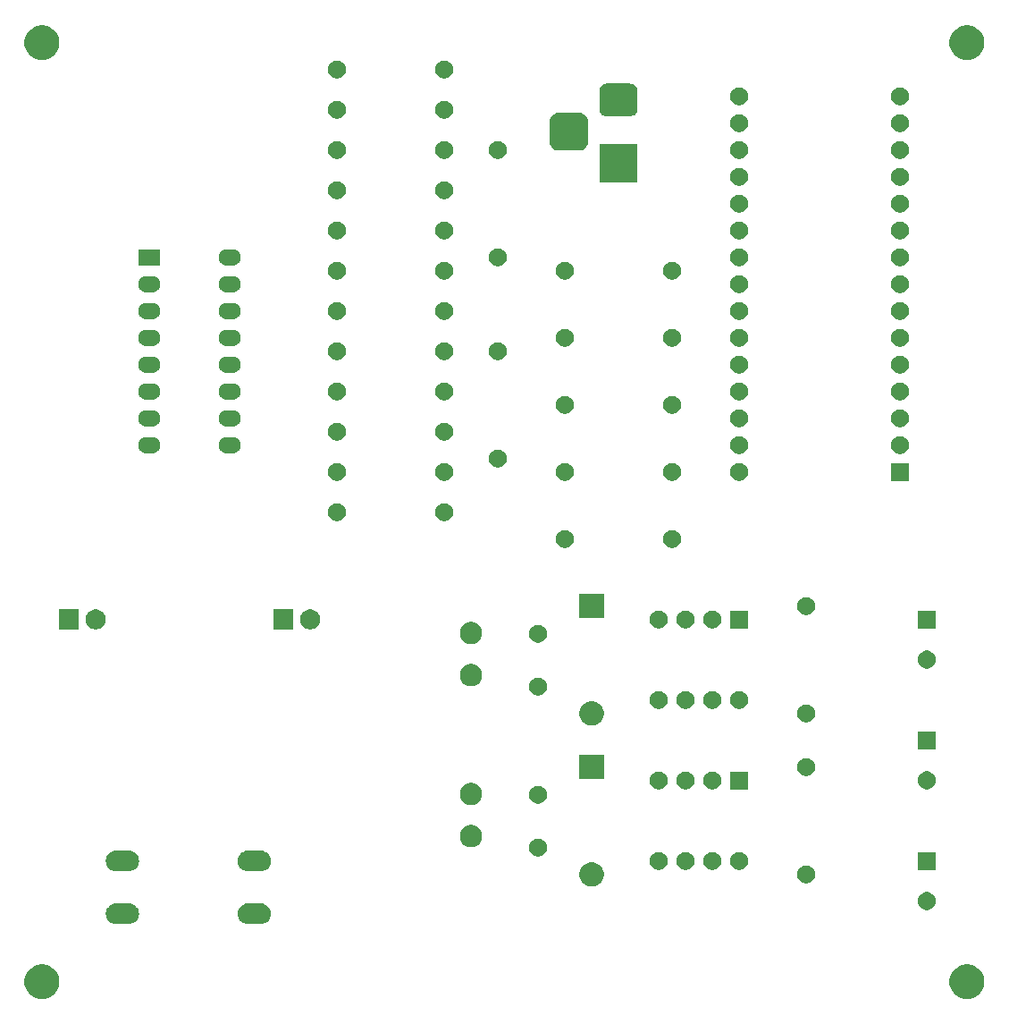
<source format=gbr>
G04 #@! TF.GenerationSoftware,KiCad,Pcbnew,(5.1.6)-1*
G04 #@! TF.CreationDate,2020-09-03T19:38:07+03:00*
G04 #@! TF.ProjectId,4116 dram tester,34313136-2064-4726-916d-207465737465,rev?*
G04 #@! TF.SameCoordinates,Original*
G04 #@! TF.FileFunction,Soldermask,Bot*
G04 #@! TF.FilePolarity,Negative*
%FSLAX46Y46*%
G04 Gerber Fmt 4.6, Leading zero omitted, Abs format (unit mm)*
G04 Created by KiCad (PCBNEW (5.1.6)-1) date 2020-09-03 19:38:07*
%MOMM*%
%LPD*%
G01*
G04 APERTURE LIST*
%ADD10C,0.100000*%
G04 APERTURE END LIST*
D10*
G36*
X154045256Y-136821298D02*
G01*
X154151579Y-136842447D01*
X154452042Y-136966903D01*
X154722451Y-137147585D01*
X154952415Y-137377549D01*
X155133097Y-137647958D01*
X155257553Y-137948421D01*
X155321000Y-138267391D01*
X155321000Y-138592609D01*
X155257553Y-138911579D01*
X155133097Y-139212042D01*
X154952415Y-139482451D01*
X154722451Y-139712415D01*
X154452042Y-139893097D01*
X154151579Y-140017553D01*
X154045256Y-140038702D01*
X153832611Y-140081000D01*
X153507389Y-140081000D01*
X153294744Y-140038702D01*
X153188421Y-140017553D01*
X152887958Y-139893097D01*
X152617549Y-139712415D01*
X152387585Y-139482451D01*
X152206903Y-139212042D01*
X152082447Y-138911579D01*
X152019000Y-138592609D01*
X152019000Y-138267391D01*
X152082447Y-137948421D01*
X152206903Y-137647958D01*
X152387585Y-137377549D01*
X152617549Y-137147585D01*
X152887958Y-136966903D01*
X153188421Y-136842447D01*
X153294744Y-136821298D01*
X153507389Y-136779000D01*
X153832611Y-136779000D01*
X154045256Y-136821298D01*
G37*
G36*
X66415256Y-136821298D02*
G01*
X66521579Y-136842447D01*
X66822042Y-136966903D01*
X67092451Y-137147585D01*
X67322415Y-137377549D01*
X67503097Y-137647958D01*
X67627553Y-137948421D01*
X67691000Y-138267391D01*
X67691000Y-138592609D01*
X67627553Y-138911579D01*
X67503097Y-139212042D01*
X67322415Y-139482451D01*
X67092451Y-139712415D01*
X66822042Y-139893097D01*
X66521579Y-140017553D01*
X66415256Y-140038702D01*
X66202611Y-140081000D01*
X65877389Y-140081000D01*
X65664744Y-140038702D01*
X65558421Y-140017553D01*
X65257958Y-139893097D01*
X64987549Y-139712415D01*
X64757585Y-139482451D01*
X64576903Y-139212042D01*
X64452447Y-138911579D01*
X64389000Y-138592609D01*
X64389000Y-138267391D01*
X64452447Y-137948421D01*
X64576903Y-137647958D01*
X64757585Y-137377549D01*
X64987549Y-137147585D01*
X65257958Y-136966903D01*
X65558421Y-136842447D01*
X65664744Y-136821298D01*
X65877389Y-136779000D01*
X66202611Y-136779000D01*
X66415256Y-136821298D01*
G37*
G36*
X86854739Y-131028707D02*
G01*
X86950329Y-131038122D01*
X87134306Y-131093931D01*
X87134309Y-131093932D01*
X87224225Y-131141994D01*
X87303860Y-131184559D01*
X87326448Y-131203097D01*
X87452476Y-131306524D01*
X87536546Y-131408965D01*
X87574441Y-131455140D01*
X87577581Y-131461015D01*
X87665068Y-131624691D01*
X87665069Y-131624694D01*
X87720878Y-131808671D01*
X87739722Y-132000000D01*
X87720878Y-132191329D01*
X87665069Y-132375306D01*
X87665068Y-132375309D01*
X87617006Y-132465225D01*
X87574441Y-132544860D01*
X87536546Y-132591035D01*
X87452476Y-132693476D01*
X87350035Y-132777546D01*
X87303860Y-132815441D01*
X87224225Y-132858006D01*
X87134309Y-132906068D01*
X87134306Y-132906069D01*
X86950329Y-132961878D01*
X86854739Y-132971293D01*
X86806945Y-132976000D01*
X85513055Y-132976000D01*
X85465261Y-132971293D01*
X85369671Y-132961878D01*
X85185694Y-132906069D01*
X85185691Y-132906068D01*
X85095775Y-132858006D01*
X85016140Y-132815441D01*
X84969965Y-132777546D01*
X84867524Y-132693476D01*
X84783454Y-132591035D01*
X84745559Y-132544860D01*
X84702994Y-132465225D01*
X84654932Y-132375309D01*
X84654931Y-132375306D01*
X84599122Y-132191329D01*
X84580278Y-132000000D01*
X84599122Y-131808671D01*
X84654931Y-131624694D01*
X84654932Y-131624691D01*
X84742419Y-131461015D01*
X84745559Y-131455140D01*
X84783454Y-131408965D01*
X84867524Y-131306524D01*
X84993552Y-131203097D01*
X85016140Y-131184559D01*
X85095775Y-131141994D01*
X85185691Y-131093932D01*
X85185694Y-131093931D01*
X85369671Y-131038122D01*
X85465261Y-131028707D01*
X85513055Y-131024000D01*
X86806945Y-131024000D01*
X86854739Y-131028707D01*
G37*
G36*
X74354739Y-131028707D02*
G01*
X74450329Y-131038122D01*
X74634306Y-131093931D01*
X74634309Y-131093932D01*
X74724225Y-131141994D01*
X74803860Y-131184559D01*
X74826448Y-131203097D01*
X74952476Y-131306524D01*
X75036546Y-131408965D01*
X75074441Y-131455140D01*
X75077581Y-131461015D01*
X75165068Y-131624691D01*
X75165069Y-131624694D01*
X75220878Y-131808671D01*
X75239722Y-132000000D01*
X75220878Y-132191329D01*
X75165069Y-132375306D01*
X75165068Y-132375309D01*
X75117006Y-132465225D01*
X75074441Y-132544860D01*
X75036546Y-132591035D01*
X74952476Y-132693476D01*
X74850035Y-132777546D01*
X74803860Y-132815441D01*
X74724225Y-132858006D01*
X74634309Y-132906068D01*
X74634306Y-132906069D01*
X74450329Y-132961878D01*
X74354739Y-132971293D01*
X74306945Y-132976000D01*
X73013055Y-132976000D01*
X72965261Y-132971293D01*
X72869671Y-132961878D01*
X72685694Y-132906069D01*
X72685691Y-132906068D01*
X72595775Y-132858006D01*
X72516140Y-132815441D01*
X72469965Y-132777546D01*
X72367524Y-132693476D01*
X72283454Y-132591035D01*
X72245559Y-132544860D01*
X72202994Y-132465225D01*
X72154932Y-132375309D01*
X72154931Y-132375306D01*
X72099122Y-132191329D01*
X72080278Y-132000000D01*
X72099122Y-131808671D01*
X72154931Y-131624694D01*
X72154932Y-131624691D01*
X72242419Y-131461015D01*
X72245559Y-131455140D01*
X72283454Y-131408965D01*
X72367524Y-131306524D01*
X72493552Y-131203097D01*
X72516140Y-131184559D01*
X72595775Y-131141994D01*
X72685691Y-131093932D01*
X72685694Y-131093931D01*
X72869671Y-131038122D01*
X72965261Y-131028707D01*
X73013055Y-131024000D01*
X74306945Y-131024000D01*
X74354739Y-131028707D01*
G37*
G36*
X150108228Y-129981703D02*
G01*
X150263100Y-130045853D01*
X150402481Y-130138985D01*
X150521015Y-130257519D01*
X150614147Y-130396900D01*
X150678297Y-130551772D01*
X150711000Y-130716184D01*
X150711000Y-130883816D01*
X150678297Y-131048228D01*
X150614147Y-131203100D01*
X150521015Y-131342481D01*
X150402481Y-131461015D01*
X150263100Y-131554147D01*
X150108228Y-131618297D01*
X149943816Y-131651000D01*
X149776184Y-131651000D01*
X149611772Y-131618297D01*
X149456900Y-131554147D01*
X149317519Y-131461015D01*
X149198985Y-131342481D01*
X149105853Y-131203100D01*
X149041703Y-131048228D01*
X149009000Y-130883816D01*
X149009000Y-130716184D01*
X149041703Y-130551772D01*
X149105853Y-130396900D01*
X149198985Y-130257519D01*
X149317519Y-130138985D01*
X149456900Y-130045853D01*
X149611772Y-129981703D01*
X149776184Y-129949000D01*
X149943816Y-129949000D01*
X150108228Y-129981703D01*
G37*
G36*
X118334549Y-127141116D02*
G01*
X118445734Y-127163232D01*
X118513561Y-127191327D01*
X118650933Y-127248228D01*
X118655203Y-127249997D01*
X118843720Y-127375960D01*
X119004040Y-127536280D01*
X119087385Y-127661015D01*
X119130004Y-127724799D01*
X119216768Y-127934267D01*
X119261000Y-128156635D01*
X119261000Y-128383365D01*
X119216768Y-128605733D01*
X119131131Y-128812481D01*
X119130003Y-128815203D01*
X119004040Y-129003720D01*
X118843720Y-129164040D01*
X118655203Y-129290003D01*
X118445734Y-129376768D01*
X118334549Y-129398884D01*
X118223365Y-129421000D01*
X117996635Y-129421000D01*
X117885451Y-129398884D01*
X117774266Y-129376768D01*
X117564797Y-129290003D01*
X117376280Y-129164040D01*
X117215960Y-129003720D01*
X117089997Y-128815203D01*
X117088870Y-128812481D01*
X117003232Y-128605733D01*
X116959000Y-128383365D01*
X116959000Y-128156635D01*
X117003232Y-127934267D01*
X117089996Y-127724799D01*
X117132615Y-127661015D01*
X117215960Y-127536280D01*
X117376280Y-127375960D01*
X117564797Y-127249997D01*
X117569068Y-127248228D01*
X117706439Y-127191327D01*
X117774266Y-127163232D01*
X117885451Y-127141116D01*
X117996635Y-127119000D01*
X118223365Y-127119000D01*
X118334549Y-127141116D01*
G37*
G36*
X138678228Y-127451703D02*
G01*
X138833100Y-127515853D01*
X138972481Y-127608985D01*
X139091015Y-127727519D01*
X139184147Y-127866900D01*
X139248297Y-128021772D01*
X139281000Y-128186184D01*
X139281000Y-128353816D01*
X139248297Y-128518228D01*
X139184147Y-128673100D01*
X139091015Y-128812481D01*
X138972481Y-128931015D01*
X138833100Y-129024147D01*
X138678228Y-129088297D01*
X138513816Y-129121000D01*
X138346184Y-129121000D01*
X138181772Y-129088297D01*
X138026900Y-129024147D01*
X137887519Y-128931015D01*
X137768985Y-128812481D01*
X137675853Y-128673100D01*
X137611703Y-128518228D01*
X137579000Y-128353816D01*
X137579000Y-128186184D01*
X137611703Y-128021772D01*
X137675853Y-127866900D01*
X137768985Y-127727519D01*
X137887519Y-127608985D01*
X138026900Y-127515853D01*
X138181772Y-127451703D01*
X138346184Y-127419000D01*
X138513816Y-127419000D01*
X138678228Y-127451703D01*
G37*
G36*
X74354739Y-126028707D02*
G01*
X74450329Y-126038122D01*
X74634306Y-126093931D01*
X74634309Y-126093932D01*
X74724225Y-126141994D01*
X74803860Y-126184559D01*
X74850035Y-126222454D01*
X74952476Y-126306524D01*
X75021815Y-126391015D01*
X75074441Y-126455140D01*
X75075713Y-126457520D01*
X75165068Y-126624691D01*
X75165069Y-126624694D01*
X75220878Y-126808671D01*
X75239722Y-127000000D01*
X75220878Y-127191329D01*
X75203081Y-127249997D01*
X75165068Y-127375309D01*
X75124234Y-127451703D01*
X75074441Y-127544860D01*
X75036546Y-127591035D01*
X74952476Y-127693476D01*
X74850035Y-127777546D01*
X74803860Y-127815441D01*
X74737333Y-127851000D01*
X74634309Y-127906068D01*
X74634306Y-127906069D01*
X74450329Y-127961878D01*
X74354739Y-127971293D01*
X74306945Y-127976000D01*
X73013055Y-127976000D01*
X72965261Y-127971293D01*
X72869671Y-127961878D01*
X72685694Y-127906069D01*
X72685691Y-127906068D01*
X72582667Y-127851000D01*
X72516140Y-127815441D01*
X72469965Y-127777546D01*
X72367524Y-127693476D01*
X72283454Y-127591035D01*
X72245559Y-127544860D01*
X72195766Y-127451703D01*
X72154932Y-127375309D01*
X72116919Y-127249997D01*
X72099122Y-127191329D01*
X72080278Y-127000000D01*
X72099122Y-126808671D01*
X72154931Y-126624694D01*
X72154932Y-126624691D01*
X72244287Y-126457520D01*
X72245559Y-126455140D01*
X72298185Y-126391015D01*
X72367524Y-126306524D01*
X72469965Y-126222454D01*
X72516140Y-126184559D01*
X72595775Y-126141994D01*
X72685691Y-126093932D01*
X72685694Y-126093931D01*
X72869671Y-126038122D01*
X72965261Y-126028707D01*
X73013055Y-126024000D01*
X74306945Y-126024000D01*
X74354739Y-126028707D01*
G37*
G36*
X86854739Y-126028707D02*
G01*
X86950329Y-126038122D01*
X87134306Y-126093931D01*
X87134309Y-126093932D01*
X87224225Y-126141994D01*
X87303860Y-126184559D01*
X87350035Y-126222454D01*
X87452476Y-126306524D01*
X87521815Y-126391015D01*
X87574441Y-126455140D01*
X87575713Y-126457520D01*
X87665068Y-126624691D01*
X87665069Y-126624694D01*
X87720878Y-126808671D01*
X87739722Y-127000000D01*
X87720878Y-127191329D01*
X87703081Y-127249997D01*
X87665068Y-127375309D01*
X87624234Y-127451703D01*
X87574441Y-127544860D01*
X87536546Y-127591035D01*
X87452476Y-127693476D01*
X87350035Y-127777546D01*
X87303860Y-127815441D01*
X87237333Y-127851000D01*
X87134309Y-127906068D01*
X87134306Y-127906069D01*
X86950329Y-127961878D01*
X86854739Y-127971293D01*
X86806945Y-127976000D01*
X85513055Y-127976000D01*
X85465261Y-127971293D01*
X85369671Y-127961878D01*
X85185694Y-127906069D01*
X85185691Y-127906068D01*
X85082667Y-127851000D01*
X85016140Y-127815441D01*
X84969965Y-127777546D01*
X84867524Y-127693476D01*
X84783454Y-127591035D01*
X84745559Y-127544860D01*
X84695766Y-127451703D01*
X84654932Y-127375309D01*
X84616919Y-127249997D01*
X84599122Y-127191329D01*
X84580278Y-127000000D01*
X84599122Y-126808671D01*
X84654931Y-126624694D01*
X84654932Y-126624691D01*
X84744287Y-126457520D01*
X84745559Y-126455140D01*
X84798185Y-126391015D01*
X84867524Y-126306524D01*
X84969965Y-126222454D01*
X85016140Y-126184559D01*
X85095775Y-126141994D01*
X85185691Y-126093932D01*
X85185694Y-126093931D01*
X85369671Y-126038122D01*
X85465261Y-126028707D01*
X85513055Y-126024000D01*
X86806945Y-126024000D01*
X86854739Y-126028707D01*
G37*
G36*
X124708228Y-126181703D02*
G01*
X124863100Y-126245853D01*
X125002481Y-126338985D01*
X125121015Y-126457519D01*
X125214147Y-126596900D01*
X125278297Y-126751772D01*
X125311000Y-126916184D01*
X125311000Y-127083816D01*
X125278297Y-127248228D01*
X125214147Y-127403100D01*
X125121015Y-127542481D01*
X125002481Y-127661015D01*
X124863100Y-127754147D01*
X124708228Y-127818297D01*
X124543816Y-127851000D01*
X124376184Y-127851000D01*
X124211772Y-127818297D01*
X124056900Y-127754147D01*
X123917519Y-127661015D01*
X123798985Y-127542481D01*
X123705853Y-127403100D01*
X123641703Y-127248228D01*
X123609000Y-127083816D01*
X123609000Y-126916184D01*
X123641703Y-126751772D01*
X123705853Y-126596900D01*
X123798985Y-126457519D01*
X123917519Y-126338985D01*
X124056900Y-126245853D01*
X124211772Y-126181703D01*
X124376184Y-126149000D01*
X124543816Y-126149000D01*
X124708228Y-126181703D01*
G37*
G36*
X150711000Y-127851000D02*
G01*
X149009000Y-127851000D01*
X149009000Y-126149000D01*
X150711000Y-126149000D01*
X150711000Y-127851000D01*
G37*
G36*
X132328228Y-126181703D02*
G01*
X132483100Y-126245853D01*
X132622481Y-126338985D01*
X132741015Y-126457519D01*
X132834147Y-126596900D01*
X132898297Y-126751772D01*
X132931000Y-126916184D01*
X132931000Y-127083816D01*
X132898297Y-127248228D01*
X132834147Y-127403100D01*
X132741015Y-127542481D01*
X132622481Y-127661015D01*
X132483100Y-127754147D01*
X132328228Y-127818297D01*
X132163816Y-127851000D01*
X131996184Y-127851000D01*
X131831772Y-127818297D01*
X131676900Y-127754147D01*
X131537519Y-127661015D01*
X131418985Y-127542481D01*
X131325853Y-127403100D01*
X131261703Y-127248228D01*
X131229000Y-127083816D01*
X131229000Y-126916184D01*
X131261703Y-126751772D01*
X131325853Y-126596900D01*
X131418985Y-126457519D01*
X131537519Y-126338985D01*
X131676900Y-126245853D01*
X131831772Y-126181703D01*
X131996184Y-126149000D01*
X132163816Y-126149000D01*
X132328228Y-126181703D01*
G37*
G36*
X127248228Y-126181703D02*
G01*
X127403100Y-126245853D01*
X127542481Y-126338985D01*
X127661015Y-126457519D01*
X127754147Y-126596900D01*
X127818297Y-126751772D01*
X127851000Y-126916184D01*
X127851000Y-127083816D01*
X127818297Y-127248228D01*
X127754147Y-127403100D01*
X127661015Y-127542481D01*
X127542481Y-127661015D01*
X127403100Y-127754147D01*
X127248228Y-127818297D01*
X127083816Y-127851000D01*
X126916184Y-127851000D01*
X126751772Y-127818297D01*
X126596900Y-127754147D01*
X126457519Y-127661015D01*
X126338985Y-127542481D01*
X126245853Y-127403100D01*
X126181703Y-127248228D01*
X126149000Y-127083816D01*
X126149000Y-126916184D01*
X126181703Y-126751772D01*
X126245853Y-126596900D01*
X126338985Y-126457519D01*
X126457519Y-126338985D01*
X126596900Y-126245853D01*
X126751772Y-126181703D01*
X126916184Y-126149000D01*
X127083816Y-126149000D01*
X127248228Y-126181703D01*
G37*
G36*
X129788228Y-126181703D02*
G01*
X129943100Y-126245853D01*
X130082481Y-126338985D01*
X130201015Y-126457519D01*
X130294147Y-126596900D01*
X130358297Y-126751772D01*
X130391000Y-126916184D01*
X130391000Y-127083816D01*
X130358297Y-127248228D01*
X130294147Y-127403100D01*
X130201015Y-127542481D01*
X130082481Y-127661015D01*
X129943100Y-127754147D01*
X129788228Y-127818297D01*
X129623816Y-127851000D01*
X129456184Y-127851000D01*
X129291772Y-127818297D01*
X129136900Y-127754147D01*
X128997519Y-127661015D01*
X128878985Y-127542481D01*
X128785853Y-127403100D01*
X128721703Y-127248228D01*
X128689000Y-127083816D01*
X128689000Y-126916184D01*
X128721703Y-126751772D01*
X128785853Y-126596900D01*
X128878985Y-126457519D01*
X128997519Y-126338985D01*
X129136900Y-126245853D01*
X129291772Y-126181703D01*
X129456184Y-126149000D01*
X129623816Y-126149000D01*
X129788228Y-126181703D01*
G37*
G36*
X113278228Y-124911703D02*
G01*
X113433100Y-124975853D01*
X113572481Y-125068985D01*
X113691015Y-125187519D01*
X113784147Y-125326900D01*
X113848297Y-125481772D01*
X113881000Y-125646184D01*
X113881000Y-125813816D01*
X113848297Y-125978228D01*
X113784147Y-126133100D01*
X113691015Y-126272481D01*
X113572481Y-126391015D01*
X113433100Y-126484147D01*
X113278228Y-126548297D01*
X113113816Y-126581000D01*
X112946184Y-126581000D01*
X112781772Y-126548297D01*
X112626900Y-126484147D01*
X112487519Y-126391015D01*
X112368985Y-126272481D01*
X112275853Y-126133100D01*
X112211703Y-125978228D01*
X112179000Y-125813816D01*
X112179000Y-125646184D01*
X112211703Y-125481772D01*
X112275853Y-125326900D01*
X112368985Y-125187519D01*
X112487519Y-125068985D01*
X112626900Y-124975853D01*
X112781772Y-124911703D01*
X112946184Y-124879000D01*
X113113816Y-124879000D01*
X113278228Y-124911703D01*
G37*
G36*
X106986564Y-123639389D02*
G01*
X107177833Y-123718615D01*
X107177835Y-123718616D01*
X107349973Y-123833635D01*
X107496365Y-123980027D01*
X107611385Y-124152167D01*
X107690611Y-124343436D01*
X107731000Y-124546484D01*
X107731000Y-124753516D01*
X107690611Y-124956564D01*
X107611385Y-125147833D01*
X107611384Y-125147835D01*
X107496365Y-125319973D01*
X107349973Y-125466365D01*
X107177835Y-125581384D01*
X107177834Y-125581385D01*
X107177833Y-125581385D01*
X106986564Y-125660611D01*
X106783516Y-125701000D01*
X106576484Y-125701000D01*
X106373436Y-125660611D01*
X106182167Y-125581385D01*
X106182166Y-125581385D01*
X106182165Y-125581384D01*
X106010027Y-125466365D01*
X105863635Y-125319973D01*
X105748616Y-125147835D01*
X105748615Y-125147833D01*
X105669389Y-124956564D01*
X105629000Y-124753516D01*
X105629000Y-124546484D01*
X105669389Y-124343436D01*
X105748615Y-124152167D01*
X105863635Y-123980027D01*
X106010027Y-123833635D01*
X106182165Y-123718616D01*
X106182167Y-123718615D01*
X106373436Y-123639389D01*
X106576484Y-123599000D01*
X106783516Y-123599000D01*
X106986564Y-123639389D01*
G37*
G36*
X106986564Y-119639389D02*
G01*
X107177833Y-119718615D01*
X107177835Y-119718616D01*
X107349973Y-119833635D01*
X107496365Y-119980027D01*
X107599345Y-120134147D01*
X107611385Y-120152167D01*
X107690611Y-120343436D01*
X107731000Y-120546484D01*
X107731000Y-120753516D01*
X107690611Y-120956564D01*
X107611385Y-121147833D01*
X107611384Y-121147835D01*
X107496365Y-121319973D01*
X107349973Y-121466365D01*
X107177835Y-121581384D01*
X107177834Y-121581385D01*
X107177833Y-121581385D01*
X106986564Y-121660611D01*
X106783516Y-121701000D01*
X106576484Y-121701000D01*
X106373436Y-121660611D01*
X106182167Y-121581385D01*
X106182166Y-121581385D01*
X106182165Y-121581384D01*
X106010027Y-121466365D01*
X105863635Y-121319973D01*
X105748616Y-121147835D01*
X105748615Y-121147833D01*
X105669389Y-120956564D01*
X105629000Y-120753516D01*
X105629000Y-120546484D01*
X105669389Y-120343436D01*
X105748615Y-120152167D01*
X105760656Y-120134147D01*
X105863635Y-119980027D01*
X106010027Y-119833635D01*
X106182165Y-119718616D01*
X106182167Y-119718615D01*
X106373436Y-119639389D01*
X106576484Y-119599000D01*
X106783516Y-119599000D01*
X106986564Y-119639389D01*
G37*
G36*
X113278228Y-119911703D02*
G01*
X113433100Y-119975853D01*
X113572481Y-120068985D01*
X113691015Y-120187519D01*
X113784147Y-120326900D01*
X113848297Y-120481772D01*
X113881000Y-120646184D01*
X113881000Y-120813816D01*
X113848297Y-120978228D01*
X113784147Y-121133100D01*
X113691015Y-121272481D01*
X113572481Y-121391015D01*
X113433100Y-121484147D01*
X113278228Y-121548297D01*
X113113816Y-121581000D01*
X112946184Y-121581000D01*
X112781772Y-121548297D01*
X112626900Y-121484147D01*
X112487519Y-121391015D01*
X112368985Y-121272481D01*
X112275853Y-121133100D01*
X112211703Y-120978228D01*
X112179000Y-120813816D01*
X112179000Y-120646184D01*
X112211703Y-120481772D01*
X112275853Y-120326900D01*
X112368985Y-120187519D01*
X112487519Y-120068985D01*
X112626900Y-119975853D01*
X112781772Y-119911703D01*
X112946184Y-119879000D01*
X113113816Y-119879000D01*
X113278228Y-119911703D01*
G37*
G36*
X127248228Y-118561703D02*
G01*
X127403100Y-118625853D01*
X127542481Y-118718985D01*
X127661015Y-118837519D01*
X127754147Y-118976900D01*
X127818297Y-119131772D01*
X127851000Y-119296184D01*
X127851000Y-119463816D01*
X127818297Y-119628228D01*
X127754147Y-119783100D01*
X127661015Y-119922481D01*
X127542481Y-120041015D01*
X127403100Y-120134147D01*
X127248228Y-120198297D01*
X127083816Y-120231000D01*
X126916184Y-120231000D01*
X126751772Y-120198297D01*
X126596900Y-120134147D01*
X126457519Y-120041015D01*
X126338985Y-119922481D01*
X126245853Y-119783100D01*
X126181703Y-119628228D01*
X126149000Y-119463816D01*
X126149000Y-119296184D01*
X126181703Y-119131772D01*
X126245853Y-118976900D01*
X126338985Y-118837519D01*
X126457519Y-118718985D01*
X126596900Y-118625853D01*
X126751772Y-118561703D01*
X126916184Y-118529000D01*
X127083816Y-118529000D01*
X127248228Y-118561703D01*
G37*
G36*
X129788228Y-118561703D02*
G01*
X129943100Y-118625853D01*
X130082481Y-118718985D01*
X130201015Y-118837519D01*
X130294147Y-118976900D01*
X130358297Y-119131772D01*
X130391000Y-119296184D01*
X130391000Y-119463816D01*
X130358297Y-119628228D01*
X130294147Y-119783100D01*
X130201015Y-119922481D01*
X130082481Y-120041015D01*
X129943100Y-120134147D01*
X129788228Y-120198297D01*
X129623816Y-120231000D01*
X129456184Y-120231000D01*
X129291772Y-120198297D01*
X129136900Y-120134147D01*
X128997519Y-120041015D01*
X128878985Y-119922481D01*
X128785853Y-119783100D01*
X128721703Y-119628228D01*
X128689000Y-119463816D01*
X128689000Y-119296184D01*
X128721703Y-119131772D01*
X128785853Y-118976900D01*
X128878985Y-118837519D01*
X128997519Y-118718985D01*
X129136900Y-118625853D01*
X129291772Y-118561703D01*
X129456184Y-118529000D01*
X129623816Y-118529000D01*
X129788228Y-118561703D01*
G37*
G36*
X132931000Y-120231000D02*
G01*
X131229000Y-120231000D01*
X131229000Y-118529000D01*
X132931000Y-118529000D01*
X132931000Y-120231000D01*
G37*
G36*
X124708228Y-118561703D02*
G01*
X124863100Y-118625853D01*
X125002481Y-118718985D01*
X125121015Y-118837519D01*
X125214147Y-118976900D01*
X125278297Y-119131772D01*
X125311000Y-119296184D01*
X125311000Y-119463816D01*
X125278297Y-119628228D01*
X125214147Y-119783100D01*
X125121015Y-119922481D01*
X125002481Y-120041015D01*
X124863100Y-120134147D01*
X124708228Y-120198297D01*
X124543816Y-120231000D01*
X124376184Y-120231000D01*
X124211772Y-120198297D01*
X124056900Y-120134147D01*
X123917519Y-120041015D01*
X123798985Y-119922481D01*
X123705853Y-119783100D01*
X123641703Y-119628228D01*
X123609000Y-119463816D01*
X123609000Y-119296184D01*
X123641703Y-119131772D01*
X123705853Y-118976900D01*
X123798985Y-118837519D01*
X123917519Y-118718985D01*
X124056900Y-118625853D01*
X124211772Y-118561703D01*
X124376184Y-118529000D01*
X124543816Y-118529000D01*
X124708228Y-118561703D01*
G37*
G36*
X150108228Y-118551703D02*
G01*
X150263100Y-118615853D01*
X150402481Y-118708985D01*
X150521015Y-118827519D01*
X150614147Y-118966900D01*
X150678297Y-119121772D01*
X150711000Y-119286184D01*
X150711000Y-119453816D01*
X150678297Y-119618228D01*
X150614147Y-119773100D01*
X150521015Y-119912481D01*
X150402481Y-120031015D01*
X150263100Y-120124147D01*
X150108228Y-120188297D01*
X149943816Y-120221000D01*
X149776184Y-120221000D01*
X149611772Y-120188297D01*
X149456900Y-120124147D01*
X149317519Y-120031015D01*
X149198985Y-119912481D01*
X149105853Y-119773100D01*
X149041703Y-119618228D01*
X149009000Y-119453816D01*
X149009000Y-119286184D01*
X149041703Y-119121772D01*
X149105853Y-118966900D01*
X149198985Y-118827519D01*
X149317519Y-118708985D01*
X149456900Y-118615853D01*
X149611772Y-118551703D01*
X149776184Y-118519000D01*
X149943816Y-118519000D01*
X150108228Y-118551703D01*
G37*
G36*
X119261000Y-119261000D02*
G01*
X116959000Y-119261000D01*
X116959000Y-116959000D01*
X119261000Y-116959000D01*
X119261000Y-119261000D01*
G37*
G36*
X138678228Y-117291703D02*
G01*
X138833100Y-117355853D01*
X138972481Y-117448985D01*
X139091015Y-117567519D01*
X139184147Y-117706900D01*
X139248297Y-117861772D01*
X139281000Y-118026184D01*
X139281000Y-118193816D01*
X139248297Y-118358228D01*
X139184147Y-118513100D01*
X139091015Y-118652481D01*
X138972481Y-118771015D01*
X138833100Y-118864147D01*
X138678228Y-118928297D01*
X138513816Y-118961000D01*
X138346184Y-118961000D01*
X138181772Y-118928297D01*
X138026900Y-118864147D01*
X137887519Y-118771015D01*
X137768985Y-118652481D01*
X137675853Y-118513100D01*
X137611703Y-118358228D01*
X137579000Y-118193816D01*
X137579000Y-118026184D01*
X137611703Y-117861772D01*
X137675853Y-117706900D01*
X137768985Y-117567519D01*
X137887519Y-117448985D01*
X138026900Y-117355853D01*
X138181772Y-117291703D01*
X138346184Y-117259000D01*
X138513816Y-117259000D01*
X138678228Y-117291703D01*
G37*
G36*
X150711000Y-116421000D02*
G01*
X149009000Y-116421000D01*
X149009000Y-114719000D01*
X150711000Y-114719000D01*
X150711000Y-116421000D01*
G37*
G36*
X118334549Y-111901116D02*
G01*
X118445734Y-111923232D01*
X118593850Y-111984584D01*
X118650933Y-112008228D01*
X118655203Y-112009997D01*
X118843720Y-112135960D01*
X119004040Y-112296280D01*
X119087385Y-112421015D01*
X119130004Y-112484799D01*
X119216768Y-112694267D01*
X119261000Y-112916635D01*
X119261000Y-113143365D01*
X119216768Y-113365733D01*
X119131131Y-113572481D01*
X119130003Y-113575203D01*
X119004040Y-113763720D01*
X118843720Y-113924040D01*
X118655203Y-114050003D01*
X118445734Y-114136768D01*
X118334549Y-114158884D01*
X118223365Y-114181000D01*
X117996635Y-114181000D01*
X117885451Y-114158884D01*
X117774266Y-114136768D01*
X117564797Y-114050003D01*
X117376280Y-113924040D01*
X117215960Y-113763720D01*
X117089997Y-113575203D01*
X117088870Y-113572481D01*
X117003232Y-113365733D01*
X116959000Y-113143365D01*
X116959000Y-112916635D01*
X117003232Y-112694267D01*
X117089996Y-112484799D01*
X117132615Y-112421015D01*
X117215960Y-112296280D01*
X117376280Y-112135960D01*
X117564797Y-112009997D01*
X117569068Y-112008228D01*
X117626150Y-111984584D01*
X117774266Y-111923232D01*
X117885451Y-111901116D01*
X117996635Y-111879000D01*
X118223365Y-111879000D01*
X118334549Y-111901116D01*
G37*
G36*
X138678228Y-112211703D02*
G01*
X138833100Y-112275853D01*
X138972481Y-112368985D01*
X139091015Y-112487519D01*
X139184147Y-112626900D01*
X139248297Y-112781772D01*
X139281000Y-112946184D01*
X139281000Y-113113816D01*
X139248297Y-113278228D01*
X139184147Y-113433100D01*
X139091015Y-113572481D01*
X138972481Y-113691015D01*
X138833100Y-113784147D01*
X138678228Y-113848297D01*
X138513816Y-113881000D01*
X138346184Y-113881000D01*
X138181772Y-113848297D01*
X138026900Y-113784147D01*
X137887519Y-113691015D01*
X137768985Y-113572481D01*
X137675853Y-113433100D01*
X137611703Y-113278228D01*
X137579000Y-113113816D01*
X137579000Y-112946184D01*
X137611703Y-112781772D01*
X137675853Y-112626900D01*
X137768985Y-112487519D01*
X137887519Y-112368985D01*
X138026900Y-112275853D01*
X138181772Y-112211703D01*
X138346184Y-112179000D01*
X138513816Y-112179000D01*
X138678228Y-112211703D01*
G37*
G36*
X132328228Y-110941703D02*
G01*
X132483100Y-111005853D01*
X132622481Y-111098985D01*
X132741015Y-111217519D01*
X132834147Y-111356900D01*
X132898297Y-111511772D01*
X132931000Y-111676184D01*
X132931000Y-111843816D01*
X132898297Y-112008228D01*
X132834147Y-112163100D01*
X132741015Y-112302481D01*
X132622481Y-112421015D01*
X132483100Y-112514147D01*
X132328228Y-112578297D01*
X132163816Y-112611000D01*
X131996184Y-112611000D01*
X131831772Y-112578297D01*
X131676900Y-112514147D01*
X131537519Y-112421015D01*
X131418985Y-112302481D01*
X131325853Y-112163100D01*
X131261703Y-112008228D01*
X131229000Y-111843816D01*
X131229000Y-111676184D01*
X131261703Y-111511772D01*
X131325853Y-111356900D01*
X131418985Y-111217519D01*
X131537519Y-111098985D01*
X131676900Y-111005853D01*
X131831772Y-110941703D01*
X131996184Y-110909000D01*
X132163816Y-110909000D01*
X132328228Y-110941703D01*
G37*
G36*
X129788228Y-110941703D02*
G01*
X129943100Y-111005853D01*
X130082481Y-111098985D01*
X130201015Y-111217519D01*
X130294147Y-111356900D01*
X130358297Y-111511772D01*
X130391000Y-111676184D01*
X130391000Y-111843816D01*
X130358297Y-112008228D01*
X130294147Y-112163100D01*
X130201015Y-112302481D01*
X130082481Y-112421015D01*
X129943100Y-112514147D01*
X129788228Y-112578297D01*
X129623816Y-112611000D01*
X129456184Y-112611000D01*
X129291772Y-112578297D01*
X129136900Y-112514147D01*
X128997519Y-112421015D01*
X128878985Y-112302481D01*
X128785853Y-112163100D01*
X128721703Y-112008228D01*
X128689000Y-111843816D01*
X128689000Y-111676184D01*
X128721703Y-111511772D01*
X128785853Y-111356900D01*
X128878985Y-111217519D01*
X128997519Y-111098985D01*
X129136900Y-111005853D01*
X129291772Y-110941703D01*
X129456184Y-110909000D01*
X129623816Y-110909000D01*
X129788228Y-110941703D01*
G37*
G36*
X124708228Y-110941703D02*
G01*
X124863100Y-111005853D01*
X125002481Y-111098985D01*
X125121015Y-111217519D01*
X125214147Y-111356900D01*
X125278297Y-111511772D01*
X125311000Y-111676184D01*
X125311000Y-111843816D01*
X125278297Y-112008228D01*
X125214147Y-112163100D01*
X125121015Y-112302481D01*
X125002481Y-112421015D01*
X124863100Y-112514147D01*
X124708228Y-112578297D01*
X124543816Y-112611000D01*
X124376184Y-112611000D01*
X124211772Y-112578297D01*
X124056900Y-112514147D01*
X123917519Y-112421015D01*
X123798985Y-112302481D01*
X123705853Y-112163100D01*
X123641703Y-112008228D01*
X123609000Y-111843816D01*
X123609000Y-111676184D01*
X123641703Y-111511772D01*
X123705853Y-111356900D01*
X123798985Y-111217519D01*
X123917519Y-111098985D01*
X124056900Y-111005853D01*
X124211772Y-110941703D01*
X124376184Y-110909000D01*
X124543816Y-110909000D01*
X124708228Y-110941703D01*
G37*
G36*
X127248228Y-110941703D02*
G01*
X127403100Y-111005853D01*
X127542481Y-111098985D01*
X127661015Y-111217519D01*
X127754147Y-111356900D01*
X127818297Y-111511772D01*
X127851000Y-111676184D01*
X127851000Y-111843816D01*
X127818297Y-112008228D01*
X127754147Y-112163100D01*
X127661015Y-112302481D01*
X127542481Y-112421015D01*
X127403100Y-112514147D01*
X127248228Y-112578297D01*
X127083816Y-112611000D01*
X126916184Y-112611000D01*
X126751772Y-112578297D01*
X126596900Y-112514147D01*
X126457519Y-112421015D01*
X126338985Y-112302481D01*
X126245853Y-112163100D01*
X126181703Y-112008228D01*
X126149000Y-111843816D01*
X126149000Y-111676184D01*
X126181703Y-111511772D01*
X126245853Y-111356900D01*
X126338985Y-111217519D01*
X126457519Y-111098985D01*
X126596900Y-111005853D01*
X126751772Y-110941703D01*
X126916184Y-110909000D01*
X127083816Y-110909000D01*
X127248228Y-110941703D01*
G37*
G36*
X113278228Y-109671703D02*
G01*
X113433100Y-109735853D01*
X113572481Y-109828985D01*
X113691015Y-109947519D01*
X113784147Y-110086900D01*
X113848297Y-110241772D01*
X113881000Y-110406184D01*
X113881000Y-110573816D01*
X113848297Y-110738228D01*
X113784147Y-110893100D01*
X113691015Y-111032481D01*
X113572481Y-111151015D01*
X113433100Y-111244147D01*
X113278228Y-111308297D01*
X113113816Y-111341000D01*
X112946184Y-111341000D01*
X112781772Y-111308297D01*
X112626900Y-111244147D01*
X112487519Y-111151015D01*
X112368985Y-111032481D01*
X112275853Y-110893100D01*
X112211703Y-110738228D01*
X112179000Y-110573816D01*
X112179000Y-110406184D01*
X112211703Y-110241772D01*
X112275853Y-110086900D01*
X112368985Y-109947519D01*
X112487519Y-109828985D01*
X112626900Y-109735853D01*
X112781772Y-109671703D01*
X112946184Y-109639000D01*
X113113816Y-109639000D01*
X113278228Y-109671703D01*
G37*
G36*
X106986564Y-108399389D02*
G01*
X107177833Y-108478615D01*
X107177835Y-108478616D01*
X107183619Y-108482481D01*
X107349973Y-108593635D01*
X107496365Y-108740027D01*
X107611385Y-108912167D01*
X107690611Y-109103436D01*
X107731000Y-109306484D01*
X107731000Y-109513516D01*
X107690611Y-109716564D01*
X107611385Y-109907833D01*
X107611384Y-109907835D01*
X107496365Y-110079973D01*
X107349973Y-110226365D01*
X107177835Y-110341384D01*
X107177834Y-110341385D01*
X107177833Y-110341385D01*
X106986564Y-110420611D01*
X106783516Y-110461000D01*
X106576484Y-110461000D01*
X106373436Y-110420611D01*
X106182167Y-110341385D01*
X106182166Y-110341385D01*
X106182165Y-110341384D01*
X106010027Y-110226365D01*
X105863635Y-110079973D01*
X105748616Y-109907835D01*
X105748615Y-109907833D01*
X105669389Y-109716564D01*
X105629000Y-109513516D01*
X105629000Y-109306484D01*
X105669389Y-109103436D01*
X105748615Y-108912167D01*
X105863635Y-108740027D01*
X106010027Y-108593635D01*
X106176381Y-108482481D01*
X106182165Y-108478616D01*
X106182167Y-108478615D01*
X106373436Y-108399389D01*
X106576484Y-108359000D01*
X106783516Y-108359000D01*
X106986564Y-108399389D01*
G37*
G36*
X150108228Y-107121703D02*
G01*
X150263100Y-107185853D01*
X150402481Y-107278985D01*
X150521015Y-107397519D01*
X150614147Y-107536900D01*
X150678297Y-107691772D01*
X150711000Y-107856184D01*
X150711000Y-108023816D01*
X150678297Y-108188228D01*
X150614147Y-108343100D01*
X150521015Y-108482481D01*
X150402481Y-108601015D01*
X150263100Y-108694147D01*
X150108228Y-108758297D01*
X149943816Y-108791000D01*
X149776184Y-108791000D01*
X149611772Y-108758297D01*
X149456900Y-108694147D01*
X149317519Y-108601015D01*
X149198985Y-108482481D01*
X149105853Y-108343100D01*
X149041703Y-108188228D01*
X149009000Y-108023816D01*
X149009000Y-107856184D01*
X149041703Y-107691772D01*
X149105853Y-107536900D01*
X149198985Y-107397519D01*
X149317519Y-107278985D01*
X149456900Y-107185853D01*
X149611772Y-107121703D01*
X149776184Y-107089000D01*
X149943816Y-107089000D01*
X150108228Y-107121703D01*
G37*
G36*
X106986564Y-104399389D02*
G01*
X107177833Y-104478615D01*
X107177835Y-104478616D01*
X107349973Y-104593635D01*
X107496365Y-104740027D01*
X107599345Y-104894147D01*
X107611385Y-104912167D01*
X107690611Y-105103436D01*
X107731000Y-105306484D01*
X107731000Y-105513516D01*
X107690611Y-105716564D01*
X107611385Y-105907833D01*
X107611384Y-105907835D01*
X107496365Y-106079973D01*
X107349973Y-106226365D01*
X107177835Y-106341384D01*
X107177834Y-106341385D01*
X107177833Y-106341385D01*
X106986564Y-106420611D01*
X106783516Y-106461000D01*
X106576484Y-106461000D01*
X106373436Y-106420611D01*
X106182167Y-106341385D01*
X106182166Y-106341385D01*
X106182165Y-106341384D01*
X106010027Y-106226365D01*
X105863635Y-106079973D01*
X105748616Y-105907835D01*
X105748615Y-105907833D01*
X105669389Y-105716564D01*
X105629000Y-105513516D01*
X105629000Y-105306484D01*
X105669389Y-105103436D01*
X105748615Y-104912167D01*
X105760656Y-104894147D01*
X105863635Y-104740027D01*
X106010027Y-104593635D01*
X106182165Y-104478616D01*
X106182167Y-104478615D01*
X106373436Y-104399389D01*
X106576484Y-104359000D01*
X106783516Y-104359000D01*
X106986564Y-104399389D01*
G37*
G36*
X113278228Y-104671703D02*
G01*
X113433100Y-104735853D01*
X113572481Y-104828985D01*
X113691015Y-104947519D01*
X113784147Y-105086900D01*
X113848297Y-105241772D01*
X113881000Y-105406184D01*
X113881000Y-105573816D01*
X113848297Y-105738228D01*
X113784147Y-105893100D01*
X113691015Y-106032481D01*
X113572481Y-106151015D01*
X113433100Y-106244147D01*
X113278228Y-106308297D01*
X113113816Y-106341000D01*
X112946184Y-106341000D01*
X112781772Y-106308297D01*
X112626900Y-106244147D01*
X112487519Y-106151015D01*
X112368985Y-106032481D01*
X112275853Y-105893100D01*
X112211703Y-105738228D01*
X112179000Y-105573816D01*
X112179000Y-105406184D01*
X112211703Y-105241772D01*
X112275853Y-105086900D01*
X112368985Y-104947519D01*
X112487519Y-104828985D01*
X112626900Y-104735853D01*
X112781772Y-104671703D01*
X112946184Y-104639000D01*
X113113816Y-104639000D01*
X113278228Y-104671703D01*
G37*
G36*
X69531000Y-105091000D02*
G01*
X67629000Y-105091000D01*
X67629000Y-103189000D01*
X69531000Y-103189000D01*
X69531000Y-105091000D01*
G37*
G36*
X71397395Y-103225546D02*
G01*
X71570466Y-103297234D01*
X71570467Y-103297235D01*
X71726227Y-103401310D01*
X71858690Y-103533773D01*
X71901284Y-103597520D01*
X71962766Y-103689534D01*
X72034454Y-103862605D01*
X72071000Y-104046333D01*
X72071000Y-104233667D01*
X72034454Y-104417395D01*
X71962766Y-104590466D01*
X71911081Y-104667818D01*
X71858690Y-104746227D01*
X71726227Y-104878690D01*
X71703092Y-104894148D01*
X71570466Y-104982766D01*
X71397395Y-105054454D01*
X71213667Y-105091000D01*
X71026333Y-105091000D01*
X70842605Y-105054454D01*
X70669534Y-104982766D01*
X70536908Y-104894148D01*
X70513773Y-104878690D01*
X70381310Y-104746227D01*
X70328919Y-104667818D01*
X70277234Y-104590466D01*
X70205546Y-104417395D01*
X70169000Y-104233667D01*
X70169000Y-104046333D01*
X70205546Y-103862605D01*
X70277234Y-103689534D01*
X70338716Y-103597520D01*
X70381310Y-103533773D01*
X70513773Y-103401310D01*
X70669533Y-103297235D01*
X70669534Y-103297234D01*
X70842605Y-103225546D01*
X71026333Y-103189000D01*
X71213667Y-103189000D01*
X71397395Y-103225546D01*
G37*
G36*
X91717395Y-103225546D02*
G01*
X91890466Y-103297234D01*
X91890467Y-103297235D01*
X92046227Y-103401310D01*
X92178690Y-103533773D01*
X92221284Y-103597520D01*
X92282766Y-103689534D01*
X92354454Y-103862605D01*
X92391000Y-104046333D01*
X92391000Y-104233667D01*
X92354454Y-104417395D01*
X92282766Y-104590466D01*
X92231081Y-104667818D01*
X92178690Y-104746227D01*
X92046227Y-104878690D01*
X92023092Y-104894148D01*
X91890466Y-104982766D01*
X91717395Y-105054454D01*
X91533667Y-105091000D01*
X91346333Y-105091000D01*
X91162605Y-105054454D01*
X90989534Y-104982766D01*
X90856908Y-104894148D01*
X90833773Y-104878690D01*
X90701310Y-104746227D01*
X90648919Y-104667818D01*
X90597234Y-104590466D01*
X90525546Y-104417395D01*
X90489000Y-104233667D01*
X90489000Y-104046333D01*
X90525546Y-103862605D01*
X90597234Y-103689534D01*
X90658716Y-103597520D01*
X90701310Y-103533773D01*
X90833773Y-103401310D01*
X90989533Y-103297235D01*
X90989534Y-103297234D01*
X91162605Y-103225546D01*
X91346333Y-103189000D01*
X91533667Y-103189000D01*
X91717395Y-103225546D01*
G37*
G36*
X89851000Y-105091000D02*
G01*
X87949000Y-105091000D01*
X87949000Y-103189000D01*
X89851000Y-103189000D01*
X89851000Y-105091000D01*
G37*
G36*
X150711000Y-104991000D02*
G01*
X149009000Y-104991000D01*
X149009000Y-103289000D01*
X150711000Y-103289000D01*
X150711000Y-104991000D01*
G37*
G36*
X132931000Y-104991000D02*
G01*
X131229000Y-104991000D01*
X131229000Y-103289000D01*
X132931000Y-103289000D01*
X132931000Y-104991000D01*
G37*
G36*
X129788228Y-103321703D02*
G01*
X129943100Y-103385853D01*
X130082481Y-103478985D01*
X130201015Y-103597519D01*
X130294147Y-103736900D01*
X130358297Y-103891772D01*
X130391000Y-104056184D01*
X130391000Y-104223816D01*
X130358297Y-104388228D01*
X130294147Y-104543100D01*
X130201015Y-104682481D01*
X130082481Y-104801015D01*
X129943100Y-104894147D01*
X129788228Y-104958297D01*
X129623816Y-104991000D01*
X129456184Y-104991000D01*
X129291772Y-104958297D01*
X129136900Y-104894147D01*
X128997519Y-104801015D01*
X128878985Y-104682481D01*
X128785853Y-104543100D01*
X128721703Y-104388228D01*
X128689000Y-104223816D01*
X128689000Y-104056184D01*
X128721703Y-103891772D01*
X128785853Y-103736900D01*
X128878985Y-103597519D01*
X128997519Y-103478985D01*
X129136900Y-103385853D01*
X129291772Y-103321703D01*
X129456184Y-103289000D01*
X129623816Y-103289000D01*
X129788228Y-103321703D01*
G37*
G36*
X127248228Y-103321703D02*
G01*
X127403100Y-103385853D01*
X127542481Y-103478985D01*
X127661015Y-103597519D01*
X127754147Y-103736900D01*
X127818297Y-103891772D01*
X127851000Y-104056184D01*
X127851000Y-104223816D01*
X127818297Y-104388228D01*
X127754147Y-104543100D01*
X127661015Y-104682481D01*
X127542481Y-104801015D01*
X127403100Y-104894147D01*
X127248228Y-104958297D01*
X127083816Y-104991000D01*
X126916184Y-104991000D01*
X126751772Y-104958297D01*
X126596900Y-104894147D01*
X126457519Y-104801015D01*
X126338985Y-104682481D01*
X126245853Y-104543100D01*
X126181703Y-104388228D01*
X126149000Y-104223816D01*
X126149000Y-104056184D01*
X126181703Y-103891772D01*
X126245853Y-103736900D01*
X126338985Y-103597519D01*
X126457519Y-103478985D01*
X126596900Y-103385853D01*
X126751772Y-103321703D01*
X126916184Y-103289000D01*
X127083816Y-103289000D01*
X127248228Y-103321703D01*
G37*
G36*
X124708228Y-103321703D02*
G01*
X124863100Y-103385853D01*
X125002481Y-103478985D01*
X125121015Y-103597519D01*
X125214147Y-103736900D01*
X125278297Y-103891772D01*
X125311000Y-104056184D01*
X125311000Y-104223816D01*
X125278297Y-104388228D01*
X125214147Y-104543100D01*
X125121015Y-104682481D01*
X125002481Y-104801015D01*
X124863100Y-104894147D01*
X124708228Y-104958297D01*
X124543816Y-104991000D01*
X124376184Y-104991000D01*
X124211772Y-104958297D01*
X124056900Y-104894147D01*
X123917519Y-104801015D01*
X123798985Y-104682481D01*
X123705853Y-104543100D01*
X123641703Y-104388228D01*
X123609000Y-104223816D01*
X123609000Y-104056184D01*
X123641703Y-103891772D01*
X123705853Y-103736900D01*
X123798985Y-103597519D01*
X123917519Y-103478985D01*
X124056900Y-103385853D01*
X124211772Y-103321703D01*
X124376184Y-103289000D01*
X124543816Y-103289000D01*
X124708228Y-103321703D01*
G37*
G36*
X119261000Y-104021000D02*
G01*
X116959000Y-104021000D01*
X116959000Y-101719000D01*
X119261000Y-101719000D01*
X119261000Y-104021000D01*
G37*
G36*
X138678228Y-102051703D02*
G01*
X138833100Y-102115853D01*
X138972481Y-102208985D01*
X139091015Y-102327519D01*
X139184147Y-102466900D01*
X139248297Y-102621772D01*
X139281000Y-102786184D01*
X139281000Y-102953816D01*
X139248297Y-103118228D01*
X139184147Y-103273100D01*
X139091015Y-103412481D01*
X138972481Y-103531015D01*
X138833100Y-103624147D01*
X138678228Y-103688297D01*
X138513816Y-103721000D01*
X138346184Y-103721000D01*
X138181772Y-103688297D01*
X138026900Y-103624147D01*
X137887519Y-103531015D01*
X137768985Y-103412481D01*
X137675853Y-103273100D01*
X137611703Y-103118228D01*
X137579000Y-102953816D01*
X137579000Y-102786184D01*
X137611703Y-102621772D01*
X137675853Y-102466900D01*
X137768985Y-102327519D01*
X137887519Y-102208985D01*
X138026900Y-102115853D01*
X138181772Y-102051703D01*
X138346184Y-102019000D01*
X138513816Y-102019000D01*
X138678228Y-102051703D01*
G37*
G36*
X115818228Y-95701703D02*
G01*
X115973100Y-95765853D01*
X116112481Y-95858985D01*
X116231015Y-95977519D01*
X116324147Y-96116900D01*
X116388297Y-96271772D01*
X116421000Y-96436184D01*
X116421000Y-96603816D01*
X116388297Y-96768228D01*
X116324147Y-96923100D01*
X116231015Y-97062481D01*
X116112481Y-97181015D01*
X115973100Y-97274147D01*
X115818228Y-97338297D01*
X115653816Y-97371000D01*
X115486184Y-97371000D01*
X115321772Y-97338297D01*
X115166900Y-97274147D01*
X115027519Y-97181015D01*
X114908985Y-97062481D01*
X114815853Y-96923100D01*
X114751703Y-96768228D01*
X114719000Y-96603816D01*
X114719000Y-96436184D01*
X114751703Y-96271772D01*
X114815853Y-96116900D01*
X114908985Y-95977519D01*
X115027519Y-95858985D01*
X115166900Y-95765853D01*
X115321772Y-95701703D01*
X115486184Y-95669000D01*
X115653816Y-95669000D01*
X115818228Y-95701703D01*
G37*
G36*
X125978228Y-95701703D02*
G01*
X126133100Y-95765853D01*
X126272481Y-95858985D01*
X126391015Y-95977519D01*
X126484147Y-96116900D01*
X126548297Y-96271772D01*
X126581000Y-96436184D01*
X126581000Y-96603816D01*
X126548297Y-96768228D01*
X126484147Y-96923100D01*
X126391015Y-97062481D01*
X126272481Y-97181015D01*
X126133100Y-97274147D01*
X125978228Y-97338297D01*
X125813816Y-97371000D01*
X125646184Y-97371000D01*
X125481772Y-97338297D01*
X125326900Y-97274147D01*
X125187519Y-97181015D01*
X125068985Y-97062481D01*
X124975853Y-96923100D01*
X124911703Y-96768228D01*
X124879000Y-96603816D01*
X124879000Y-96436184D01*
X124911703Y-96271772D01*
X124975853Y-96116900D01*
X125068985Y-95977519D01*
X125187519Y-95858985D01*
X125326900Y-95765853D01*
X125481772Y-95701703D01*
X125646184Y-95669000D01*
X125813816Y-95669000D01*
X125978228Y-95701703D01*
G37*
G36*
X104388228Y-93161703D02*
G01*
X104543100Y-93225853D01*
X104682481Y-93318985D01*
X104801015Y-93437519D01*
X104894147Y-93576900D01*
X104958297Y-93731772D01*
X104991000Y-93896184D01*
X104991000Y-94063816D01*
X104958297Y-94228228D01*
X104894147Y-94383100D01*
X104801015Y-94522481D01*
X104682481Y-94641015D01*
X104543100Y-94734147D01*
X104388228Y-94798297D01*
X104223816Y-94831000D01*
X104056184Y-94831000D01*
X103891772Y-94798297D01*
X103736900Y-94734147D01*
X103597519Y-94641015D01*
X103478985Y-94522481D01*
X103385853Y-94383100D01*
X103321703Y-94228228D01*
X103289000Y-94063816D01*
X103289000Y-93896184D01*
X103321703Y-93731772D01*
X103385853Y-93576900D01*
X103478985Y-93437519D01*
X103597519Y-93318985D01*
X103736900Y-93225853D01*
X103891772Y-93161703D01*
X104056184Y-93129000D01*
X104223816Y-93129000D01*
X104388228Y-93161703D01*
G37*
G36*
X94228228Y-93161703D02*
G01*
X94383100Y-93225853D01*
X94522481Y-93318985D01*
X94641015Y-93437519D01*
X94734147Y-93576900D01*
X94798297Y-93731772D01*
X94831000Y-93896184D01*
X94831000Y-94063816D01*
X94798297Y-94228228D01*
X94734147Y-94383100D01*
X94641015Y-94522481D01*
X94522481Y-94641015D01*
X94383100Y-94734147D01*
X94228228Y-94798297D01*
X94063816Y-94831000D01*
X93896184Y-94831000D01*
X93731772Y-94798297D01*
X93576900Y-94734147D01*
X93437519Y-94641015D01*
X93318985Y-94522481D01*
X93225853Y-94383100D01*
X93161703Y-94228228D01*
X93129000Y-94063816D01*
X93129000Y-93896184D01*
X93161703Y-93731772D01*
X93225853Y-93576900D01*
X93318985Y-93437519D01*
X93437519Y-93318985D01*
X93576900Y-93225853D01*
X93731772Y-93161703D01*
X93896184Y-93129000D01*
X94063816Y-93129000D01*
X94228228Y-93161703D01*
G37*
G36*
X104388228Y-89351703D02*
G01*
X104543100Y-89415853D01*
X104682481Y-89508985D01*
X104801015Y-89627519D01*
X104894147Y-89766900D01*
X104958297Y-89921772D01*
X104991000Y-90086184D01*
X104991000Y-90253816D01*
X104958297Y-90418228D01*
X104894147Y-90573100D01*
X104801015Y-90712481D01*
X104682481Y-90831015D01*
X104543100Y-90924147D01*
X104388228Y-90988297D01*
X104223816Y-91021000D01*
X104056184Y-91021000D01*
X103891772Y-90988297D01*
X103736900Y-90924147D01*
X103597519Y-90831015D01*
X103478985Y-90712481D01*
X103385853Y-90573100D01*
X103321703Y-90418228D01*
X103289000Y-90253816D01*
X103289000Y-90086184D01*
X103321703Y-89921772D01*
X103385853Y-89766900D01*
X103478985Y-89627519D01*
X103597519Y-89508985D01*
X103736900Y-89415853D01*
X103891772Y-89351703D01*
X104056184Y-89319000D01*
X104223816Y-89319000D01*
X104388228Y-89351703D01*
G37*
G36*
X115818228Y-89351703D02*
G01*
X115973100Y-89415853D01*
X116112481Y-89508985D01*
X116231015Y-89627519D01*
X116324147Y-89766900D01*
X116388297Y-89921772D01*
X116421000Y-90086184D01*
X116421000Y-90253816D01*
X116388297Y-90418228D01*
X116324147Y-90573100D01*
X116231015Y-90712481D01*
X116112481Y-90831015D01*
X115973100Y-90924147D01*
X115818228Y-90988297D01*
X115653816Y-91021000D01*
X115486184Y-91021000D01*
X115321772Y-90988297D01*
X115166900Y-90924147D01*
X115027519Y-90831015D01*
X114908985Y-90712481D01*
X114815853Y-90573100D01*
X114751703Y-90418228D01*
X114719000Y-90253816D01*
X114719000Y-90086184D01*
X114751703Y-89921772D01*
X114815853Y-89766900D01*
X114908985Y-89627519D01*
X115027519Y-89508985D01*
X115166900Y-89415853D01*
X115321772Y-89351703D01*
X115486184Y-89319000D01*
X115653816Y-89319000D01*
X115818228Y-89351703D01*
G37*
G36*
X125978228Y-89351703D02*
G01*
X126133100Y-89415853D01*
X126272481Y-89508985D01*
X126391015Y-89627519D01*
X126484147Y-89766900D01*
X126548297Y-89921772D01*
X126581000Y-90086184D01*
X126581000Y-90253816D01*
X126548297Y-90418228D01*
X126484147Y-90573100D01*
X126391015Y-90712481D01*
X126272481Y-90831015D01*
X126133100Y-90924147D01*
X125978228Y-90988297D01*
X125813816Y-91021000D01*
X125646184Y-91021000D01*
X125481772Y-90988297D01*
X125326900Y-90924147D01*
X125187519Y-90831015D01*
X125068985Y-90712481D01*
X124975853Y-90573100D01*
X124911703Y-90418228D01*
X124879000Y-90253816D01*
X124879000Y-90086184D01*
X124911703Y-89921772D01*
X124975853Y-89766900D01*
X125068985Y-89627519D01*
X125187519Y-89508985D01*
X125326900Y-89415853D01*
X125481772Y-89351703D01*
X125646184Y-89319000D01*
X125813816Y-89319000D01*
X125978228Y-89351703D01*
G37*
G36*
X94228228Y-89351703D02*
G01*
X94383100Y-89415853D01*
X94522481Y-89508985D01*
X94641015Y-89627519D01*
X94734147Y-89766900D01*
X94798297Y-89921772D01*
X94831000Y-90086184D01*
X94831000Y-90253816D01*
X94798297Y-90418228D01*
X94734147Y-90573100D01*
X94641015Y-90712481D01*
X94522481Y-90831015D01*
X94383100Y-90924147D01*
X94228228Y-90988297D01*
X94063816Y-91021000D01*
X93896184Y-91021000D01*
X93731772Y-90988297D01*
X93576900Y-90924147D01*
X93437519Y-90831015D01*
X93318985Y-90712481D01*
X93225853Y-90573100D01*
X93161703Y-90418228D01*
X93129000Y-90253816D01*
X93129000Y-90086184D01*
X93161703Y-89921772D01*
X93225853Y-89766900D01*
X93318985Y-89627519D01*
X93437519Y-89508985D01*
X93576900Y-89415853D01*
X93731772Y-89351703D01*
X93896184Y-89319000D01*
X94063816Y-89319000D01*
X94228228Y-89351703D01*
G37*
G36*
X132328228Y-89351703D02*
G01*
X132483100Y-89415853D01*
X132622481Y-89508985D01*
X132741015Y-89627519D01*
X132834147Y-89766900D01*
X132898297Y-89921772D01*
X132931000Y-90086184D01*
X132931000Y-90253816D01*
X132898297Y-90418228D01*
X132834147Y-90573100D01*
X132741015Y-90712481D01*
X132622481Y-90831015D01*
X132483100Y-90924147D01*
X132328228Y-90988297D01*
X132163816Y-91021000D01*
X131996184Y-91021000D01*
X131831772Y-90988297D01*
X131676900Y-90924147D01*
X131537519Y-90831015D01*
X131418985Y-90712481D01*
X131325853Y-90573100D01*
X131261703Y-90418228D01*
X131229000Y-90253816D01*
X131229000Y-90086184D01*
X131261703Y-89921772D01*
X131325853Y-89766900D01*
X131418985Y-89627519D01*
X131537519Y-89508985D01*
X131676900Y-89415853D01*
X131831772Y-89351703D01*
X131996184Y-89319000D01*
X132163816Y-89319000D01*
X132328228Y-89351703D01*
G37*
G36*
X148171000Y-91021000D02*
G01*
X146469000Y-91021000D01*
X146469000Y-89319000D01*
X148171000Y-89319000D01*
X148171000Y-91021000D01*
G37*
G36*
X109468228Y-88081703D02*
G01*
X109623100Y-88145853D01*
X109762481Y-88238985D01*
X109881015Y-88357519D01*
X109974147Y-88496900D01*
X110038297Y-88651772D01*
X110071000Y-88816184D01*
X110071000Y-88983816D01*
X110038297Y-89148228D01*
X109974147Y-89303100D01*
X109881015Y-89442481D01*
X109762481Y-89561015D01*
X109623100Y-89654147D01*
X109468228Y-89718297D01*
X109303816Y-89751000D01*
X109136184Y-89751000D01*
X108971772Y-89718297D01*
X108816900Y-89654147D01*
X108677519Y-89561015D01*
X108558985Y-89442481D01*
X108465853Y-89303100D01*
X108401703Y-89148228D01*
X108369000Y-88983816D01*
X108369000Y-88816184D01*
X108401703Y-88651772D01*
X108465853Y-88496900D01*
X108558985Y-88357519D01*
X108677519Y-88238985D01*
X108816900Y-88145853D01*
X108971772Y-88081703D01*
X109136184Y-88049000D01*
X109303816Y-88049000D01*
X109468228Y-88081703D01*
G37*
G36*
X132328228Y-86811703D02*
G01*
X132483100Y-86875853D01*
X132622481Y-86968985D01*
X132741015Y-87087519D01*
X132834147Y-87226900D01*
X132898297Y-87381772D01*
X132931000Y-87546184D01*
X132931000Y-87713816D01*
X132898297Y-87878228D01*
X132834147Y-88033100D01*
X132741015Y-88172481D01*
X132622481Y-88291015D01*
X132483100Y-88384147D01*
X132328228Y-88448297D01*
X132163816Y-88481000D01*
X131996184Y-88481000D01*
X131831772Y-88448297D01*
X131676900Y-88384147D01*
X131537519Y-88291015D01*
X131418985Y-88172481D01*
X131325853Y-88033100D01*
X131261703Y-87878228D01*
X131229000Y-87713816D01*
X131229000Y-87546184D01*
X131261703Y-87381772D01*
X131325853Y-87226900D01*
X131418985Y-87087519D01*
X131537519Y-86968985D01*
X131676900Y-86875853D01*
X131831772Y-86811703D01*
X131996184Y-86779000D01*
X132163816Y-86779000D01*
X132328228Y-86811703D01*
G37*
G36*
X147568228Y-86811703D02*
G01*
X147723100Y-86875853D01*
X147862481Y-86968985D01*
X147981015Y-87087519D01*
X148074147Y-87226900D01*
X148138297Y-87381772D01*
X148171000Y-87546184D01*
X148171000Y-87713816D01*
X148138297Y-87878228D01*
X148074147Y-88033100D01*
X147981015Y-88172481D01*
X147862481Y-88291015D01*
X147723100Y-88384147D01*
X147568228Y-88448297D01*
X147403816Y-88481000D01*
X147236184Y-88481000D01*
X147071772Y-88448297D01*
X146916900Y-88384147D01*
X146777519Y-88291015D01*
X146658985Y-88172481D01*
X146565853Y-88033100D01*
X146501703Y-87878228D01*
X146469000Y-87713816D01*
X146469000Y-87546184D01*
X146501703Y-87381772D01*
X146565853Y-87226900D01*
X146658985Y-87087519D01*
X146777519Y-86968985D01*
X146916900Y-86875853D01*
X147071772Y-86811703D01*
X147236184Y-86779000D01*
X147403816Y-86779000D01*
X147568228Y-86811703D01*
G37*
G36*
X76555629Y-86862719D02*
G01*
X76631142Y-86870156D01*
X76776476Y-86914243D01*
X76776479Y-86914244D01*
X76910416Y-86985835D01*
X77027817Y-87082183D01*
X77124165Y-87199584D01*
X77195756Y-87333521D01*
X77195757Y-87333524D01*
X77239844Y-87478858D01*
X77254730Y-87630000D01*
X77239844Y-87781142D01*
X77195757Y-87926476D01*
X77195756Y-87926479D01*
X77124165Y-88060416D01*
X77027817Y-88177817D01*
X76910416Y-88274165D01*
X76776479Y-88345756D01*
X76776476Y-88345757D01*
X76631142Y-88389844D01*
X76555629Y-88397281D01*
X76517873Y-88401000D01*
X75882127Y-88401000D01*
X75844371Y-88397281D01*
X75768858Y-88389844D01*
X75623524Y-88345757D01*
X75623521Y-88345756D01*
X75489584Y-88274165D01*
X75372183Y-88177817D01*
X75275835Y-88060416D01*
X75204244Y-87926479D01*
X75204243Y-87926476D01*
X75160156Y-87781142D01*
X75145270Y-87630000D01*
X75160156Y-87478858D01*
X75204243Y-87333524D01*
X75204244Y-87333521D01*
X75275835Y-87199584D01*
X75372183Y-87082183D01*
X75489584Y-86985835D01*
X75623521Y-86914244D01*
X75623524Y-86914243D01*
X75768858Y-86870156D01*
X75844371Y-86862719D01*
X75882127Y-86859000D01*
X76517873Y-86859000D01*
X76555629Y-86862719D01*
G37*
G36*
X84175629Y-86862719D02*
G01*
X84251142Y-86870156D01*
X84396476Y-86914243D01*
X84396479Y-86914244D01*
X84530416Y-86985835D01*
X84647817Y-87082183D01*
X84744165Y-87199584D01*
X84815756Y-87333521D01*
X84815757Y-87333524D01*
X84859844Y-87478858D01*
X84874730Y-87630000D01*
X84859844Y-87781142D01*
X84815757Y-87926476D01*
X84815756Y-87926479D01*
X84744165Y-88060416D01*
X84647817Y-88177817D01*
X84530416Y-88274165D01*
X84396479Y-88345756D01*
X84396476Y-88345757D01*
X84251142Y-88389844D01*
X84175629Y-88397281D01*
X84137873Y-88401000D01*
X83502127Y-88401000D01*
X83464371Y-88397281D01*
X83388858Y-88389844D01*
X83243524Y-88345757D01*
X83243521Y-88345756D01*
X83109584Y-88274165D01*
X82992183Y-88177817D01*
X82895835Y-88060416D01*
X82824244Y-87926479D01*
X82824243Y-87926476D01*
X82780156Y-87781142D01*
X82765270Y-87630000D01*
X82780156Y-87478858D01*
X82824243Y-87333524D01*
X82824244Y-87333521D01*
X82895835Y-87199584D01*
X82992183Y-87082183D01*
X83109584Y-86985835D01*
X83243521Y-86914244D01*
X83243524Y-86914243D01*
X83388858Y-86870156D01*
X83464371Y-86862719D01*
X83502127Y-86859000D01*
X84137873Y-86859000D01*
X84175629Y-86862719D01*
G37*
G36*
X94228228Y-85541703D02*
G01*
X94383100Y-85605853D01*
X94522481Y-85698985D01*
X94641015Y-85817519D01*
X94734147Y-85956900D01*
X94798297Y-86111772D01*
X94831000Y-86276184D01*
X94831000Y-86443816D01*
X94798297Y-86608228D01*
X94734147Y-86763100D01*
X94641015Y-86902481D01*
X94522481Y-87021015D01*
X94383100Y-87114147D01*
X94228228Y-87178297D01*
X94063816Y-87211000D01*
X93896184Y-87211000D01*
X93731772Y-87178297D01*
X93576900Y-87114147D01*
X93437519Y-87021015D01*
X93318985Y-86902481D01*
X93225853Y-86763100D01*
X93161703Y-86608228D01*
X93129000Y-86443816D01*
X93129000Y-86276184D01*
X93161703Y-86111772D01*
X93225853Y-85956900D01*
X93318985Y-85817519D01*
X93437519Y-85698985D01*
X93576900Y-85605853D01*
X93731772Y-85541703D01*
X93896184Y-85509000D01*
X94063816Y-85509000D01*
X94228228Y-85541703D01*
G37*
G36*
X104388228Y-85541703D02*
G01*
X104543100Y-85605853D01*
X104682481Y-85698985D01*
X104801015Y-85817519D01*
X104894147Y-85956900D01*
X104958297Y-86111772D01*
X104991000Y-86276184D01*
X104991000Y-86443816D01*
X104958297Y-86608228D01*
X104894147Y-86763100D01*
X104801015Y-86902481D01*
X104682481Y-87021015D01*
X104543100Y-87114147D01*
X104388228Y-87178297D01*
X104223816Y-87211000D01*
X104056184Y-87211000D01*
X103891772Y-87178297D01*
X103736900Y-87114147D01*
X103597519Y-87021015D01*
X103478985Y-86902481D01*
X103385853Y-86763100D01*
X103321703Y-86608228D01*
X103289000Y-86443816D01*
X103289000Y-86276184D01*
X103321703Y-86111772D01*
X103385853Y-85956900D01*
X103478985Y-85817519D01*
X103597519Y-85698985D01*
X103736900Y-85605853D01*
X103891772Y-85541703D01*
X104056184Y-85509000D01*
X104223816Y-85509000D01*
X104388228Y-85541703D01*
G37*
G36*
X147568228Y-84271703D02*
G01*
X147723100Y-84335853D01*
X147862481Y-84428985D01*
X147981015Y-84547519D01*
X148074147Y-84686900D01*
X148138297Y-84841772D01*
X148171000Y-85006184D01*
X148171000Y-85173816D01*
X148138297Y-85338228D01*
X148074147Y-85493100D01*
X147981015Y-85632481D01*
X147862481Y-85751015D01*
X147723100Y-85844147D01*
X147568228Y-85908297D01*
X147403816Y-85941000D01*
X147236184Y-85941000D01*
X147071772Y-85908297D01*
X146916900Y-85844147D01*
X146777519Y-85751015D01*
X146658985Y-85632481D01*
X146565853Y-85493100D01*
X146501703Y-85338228D01*
X146469000Y-85173816D01*
X146469000Y-85006184D01*
X146501703Y-84841772D01*
X146565853Y-84686900D01*
X146658985Y-84547519D01*
X146777519Y-84428985D01*
X146916900Y-84335853D01*
X147071772Y-84271703D01*
X147236184Y-84239000D01*
X147403816Y-84239000D01*
X147568228Y-84271703D01*
G37*
G36*
X132328228Y-84271703D02*
G01*
X132483100Y-84335853D01*
X132622481Y-84428985D01*
X132741015Y-84547519D01*
X132834147Y-84686900D01*
X132898297Y-84841772D01*
X132931000Y-85006184D01*
X132931000Y-85173816D01*
X132898297Y-85338228D01*
X132834147Y-85493100D01*
X132741015Y-85632481D01*
X132622481Y-85751015D01*
X132483100Y-85844147D01*
X132328228Y-85908297D01*
X132163816Y-85941000D01*
X131996184Y-85941000D01*
X131831772Y-85908297D01*
X131676900Y-85844147D01*
X131537519Y-85751015D01*
X131418985Y-85632481D01*
X131325853Y-85493100D01*
X131261703Y-85338228D01*
X131229000Y-85173816D01*
X131229000Y-85006184D01*
X131261703Y-84841772D01*
X131325853Y-84686900D01*
X131418985Y-84547519D01*
X131537519Y-84428985D01*
X131676900Y-84335853D01*
X131831772Y-84271703D01*
X131996184Y-84239000D01*
X132163816Y-84239000D01*
X132328228Y-84271703D01*
G37*
G36*
X76555629Y-84322719D02*
G01*
X76631142Y-84330156D01*
X76776476Y-84374243D01*
X76776479Y-84374244D01*
X76910416Y-84445835D01*
X77027817Y-84542183D01*
X77124165Y-84659584D01*
X77195756Y-84793521D01*
X77195757Y-84793524D01*
X77239844Y-84938858D01*
X77254730Y-85090000D01*
X77239844Y-85241142D01*
X77195757Y-85386476D01*
X77195756Y-85386479D01*
X77124165Y-85520416D01*
X77027817Y-85637817D01*
X76910416Y-85734165D01*
X76776479Y-85805756D01*
X76776476Y-85805757D01*
X76631142Y-85849844D01*
X76555629Y-85857281D01*
X76517873Y-85861000D01*
X75882127Y-85861000D01*
X75844371Y-85857281D01*
X75768858Y-85849844D01*
X75623524Y-85805757D01*
X75623521Y-85805756D01*
X75489584Y-85734165D01*
X75372183Y-85637817D01*
X75275835Y-85520416D01*
X75204244Y-85386479D01*
X75204243Y-85386476D01*
X75160156Y-85241142D01*
X75145270Y-85090000D01*
X75160156Y-84938858D01*
X75204243Y-84793524D01*
X75204244Y-84793521D01*
X75275835Y-84659584D01*
X75372183Y-84542183D01*
X75489584Y-84445835D01*
X75623521Y-84374244D01*
X75623524Y-84374243D01*
X75768858Y-84330156D01*
X75844371Y-84322719D01*
X75882127Y-84319000D01*
X76517873Y-84319000D01*
X76555629Y-84322719D01*
G37*
G36*
X84175629Y-84322719D02*
G01*
X84251142Y-84330156D01*
X84396476Y-84374243D01*
X84396479Y-84374244D01*
X84530416Y-84445835D01*
X84647817Y-84542183D01*
X84744165Y-84659584D01*
X84815756Y-84793521D01*
X84815757Y-84793524D01*
X84859844Y-84938858D01*
X84874730Y-85090000D01*
X84859844Y-85241142D01*
X84815757Y-85386476D01*
X84815756Y-85386479D01*
X84744165Y-85520416D01*
X84647817Y-85637817D01*
X84530416Y-85734165D01*
X84396479Y-85805756D01*
X84396476Y-85805757D01*
X84251142Y-85849844D01*
X84175629Y-85857281D01*
X84137873Y-85861000D01*
X83502127Y-85861000D01*
X83464371Y-85857281D01*
X83388858Y-85849844D01*
X83243524Y-85805757D01*
X83243521Y-85805756D01*
X83109584Y-85734165D01*
X82992183Y-85637817D01*
X82895835Y-85520416D01*
X82824244Y-85386479D01*
X82824243Y-85386476D01*
X82780156Y-85241142D01*
X82765270Y-85090000D01*
X82780156Y-84938858D01*
X82824243Y-84793524D01*
X82824244Y-84793521D01*
X82895835Y-84659584D01*
X82992183Y-84542183D01*
X83109584Y-84445835D01*
X83243521Y-84374244D01*
X83243524Y-84374243D01*
X83388858Y-84330156D01*
X83464371Y-84322719D01*
X83502127Y-84319000D01*
X84137873Y-84319000D01*
X84175629Y-84322719D01*
G37*
G36*
X125978228Y-83001703D02*
G01*
X126133100Y-83065853D01*
X126272481Y-83158985D01*
X126391015Y-83277519D01*
X126484147Y-83416900D01*
X126548297Y-83571772D01*
X126581000Y-83736184D01*
X126581000Y-83903816D01*
X126548297Y-84068228D01*
X126484147Y-84223100D01*
X126391015Y-84362481D01*
X126272481Y-84481015D01*
X126133100Y-84574147D01*
X125978228Y-84638297D01*
X125813816Y-84671000D01*
X125646184Y-84671000D01*
X125481772Y-84638297D01*
X125326900Y-84574147D01*
X125187519Y-84481015D01*
X125068985Y-84362481D01*
X124975853Y-84223100D01*
X124911703Y-84068228D01*
X124879000Y-83903816D01*
X124879000Y-83736184D01*
X124911703Y-83571772D01*
X124975853Y-83416900D01*
X125068985Y-83277519D01*
X125187519Y-83158985D01*
X125326900Y-83065853D01*
X125481772Y-83001703D01*
X125646184Y-82969000D01*
X125813816Y-82969000D01*
X125978228Y-83001703D01*
G37*
G36*
X115818228Y-83001703D02*
G01*
X115973100Y-83065853D01*
X116112481Y-83158985D01*
X116231015Y-83277519D01*
X116324147Y-83416900D01*
X116388297Y-83571772D01*
X116421000Y-83736184D01*
X116421000Y-83903816D01*
X116388297Y-84068228D01*
X116324147Y-84223100D01*
X116231015Y-84362481D01*
X116112481Y-84481015D01*
X115973100Y-84574147D01*
X115818228Y-84638297D01*
X115653816Y-84671000D01*
X115486184Y-84671000D01*
X115321772Y-84638297D01*
X115166900Y-84574147D01*
X115027519Y-84481015D01*
X114908985Y-84362481D01*
X114815853Y-84223100D01*
X114751703Y-84068228D01*
X114719000Y-83903816D01*
X114719000Y-83736184D01*
X114751703Y-83571772D01*
X114815853Y-83416900D01*
X114908985Y-83277519D01*
X115027519Y-83158985D01*
X115166900Y-83065853D01*
X115321772Y-83001703D01*
X115486184Y-82969000D01*
X115653816Y-82969000D01*
X115818228Y-83001703D01*
G37*
G36*
X94228228Y-81731703D02*
G01*
X94383100Y-81795853D01*
X94522481Y-81888985D01*
X94641015Y-82007519D01*
X94734147Y-82146900D01*
X94798297Y-82301772D01*
X94831000Y-82466184D01*
X94831000Y-82633816D01*
X94798297Y-82798228D01*
X94734147Y-82953100D01*
X94641015Y-83092481D01*
X94522481Y-83211015D01*
X94383100Y-83304147D01*
X94228228Y-83368297D01*
X94063816Y-83401000D01*
X93896184Y-83401000D01*
X93731772Y-83368297D01*
X93576900Y-83304147D01*
X93437519Y-83211015D01*
X93318985Y-83092481D01*
X93225853Y-82953100D01*
X93161703Y-82798228D01*
X93129000Y-82633816D01*
X93129000Y-82466184D01*
X93161703Y-82301772D01*
X93225853Y-82146900D01*
X93318985Y-82007519D01*
X93437519Y-81888985D01*
X93576900Y-81795853D01*
X93731772Y-81731703D01*
X93896184Y-81699000D01*
X94063816Y-81699000D01*
X94228228Y-81731703D01*
G37*
G36*
X132328228Y-81731703D02*
G01*
X132483100Y-81795853D01*
X132622481Y-81888985D01*
X132741015Y-82007519D01*
X132834147Y-82146900D01*
X132898297Y-82301772D01*
X132931000Y-82466184D01*
X132931000Y-82633816D01*
X132898297Y-82798228D01*
X132834147Y-82953100D01*
X132741015Y-83092481D01*
X132622481Y-83211015D01*
X132483100Y-83304147D01*
X132328228Y-83368297D01*
X132163816Y-83401000D01*
X131996184Y-83401000D01*
X131831772Y-83368297D01*
X131676900Y-83304147D01*
X131537519Y-83211015D01*
X131418985Y-83092481D01*
X131325853Y-82953100D01*
X131261703Y-82798228D01*
X131229000Y-82633816D01*
X131229000Y-82466184D01*
X131261703Y-82301772D01*
X131325853Y-82146900D01*
X131418985Y-82007519D01*
X131537519Y-81888985D01*
X131676900Y-81795853D01*
X131831772Y-81731703D01*
X131996184Y-81699000D01*
X132163816Y-81699000D01*
X132328228Y-81731703D01*
G37*
G36*
X147568228Y-81731703D02*
G01*
X147723100Y-81795853D01*
X147862481Y-81888985D01*
X147981015Y-82007519D01*
X148074147Y-82146900D01*
X148138297Y-82301772D01*
X148171000Y-82466184D01*
X148171000Y-82633816D01*
X148138297Y-82798228D01*
X148074147Y-82953100D01*
X147981015Y-83092481D01*
X147862481Y-83211015D01*
X147723100Y-83304147D01*
X147568228Y-83368297D01*
X147403816Y-83401000D01*
X147236184Y-83401000D01*
X147071772Y-83368297D01*
X146916900Y-83304147D01*
X146777519Y-83211015D01*
X146658985Y-83092481D01*
X146565853Y-82953100D01*
X146501703Y-82798228D01*
X146469000Y-82633816D01*
X146469000Y-82466184D01*
X146501703Y-82301772D01*
X146565853Y-82146900D01*
X146658985Y-82007519D01*
X146777519Y-81888985D01*
X146916900Y-81795853D01*
X147071772Y-81731703D01*
X147236184Y-81699000D01*
X147403816Y-81699000D01*
X147568228Y-81731703D01*
G37*
G36*
X104388228Y-81731703D02*
G01*
X104543100Y-81795853D01*
X104682481Y-81888985D01*
X104801015Y-82007519D01*
X104894147Y-82146900D01*
X104958297Y-82301772D01*
X104991000Y-82466184D01*
X104991000Y-82633816D01*
X104958297Y-82798228D01*
X104894147Y-82953100D01*
X104801015Y-83092481D01*
X104682481Y-83211015D01*
X104543100Y-83304147D01*
X104388228Y-83368297D01*
X104223816Y-83401000D01*
X104056184Y-83401000D01*
X103891772Y-83368297D01*
X103736900Y-83304147D01*
X103597519Y-83211015D01*
X103478985Y-83092481D01*
X103385853Y-82953100D01*
X103321703Y-82798228D01*
X103289000Y-82633816D01*
X103289000Y-82466184D01*
X103321703Y-82301772D01*
X103385853Y-82146900D01*
X103478985Y-82007519D01*
X103597519Y-81888985D01*
X103736900Y-81795853D01*
X103891772Y-81731703D01*
X104056184Y-81699000D01*
X104223816Y-81699000D01*
X104388228Y-81731703D01*
G37*
G36*
X84175629Y-81782719D02*
G01*
X84251142Y-81790156D01*
X84396476Y-81834243D01*
X84396479Y-81834244D01*
X84530416Y-81905835D01*
X84647817Y-82002183D01*
X84744165Y-82119584D01*
X84815756Y-82253521D01*
X84815757Y-82253524D01*
X84859844Y-82398858D01*
X84874730Y-82550000D01*
X84859844Y-82701142D01*
X84815757Y-82846476D01*
X84815756Y-82846479D01*
X84744165Y-82980416D01*
X84647817Y-83097817D01*
X84530416Y-83194165D01*
X84396479Y-83265756D01*
X84396476Y-83265757D01*
X84251142Y-83309844D01*
X84175629Y-83317281D01*
X84137873Y-83321000D01*
X83502127Y-83321000D01*
X83464371Y-83317281D01*
X83388858Y-83309844D01*
X83243524Y-83265757D01*
X83243521Y-83265756D01*
X83109584Y-83194165D01*
X82992183Y-83097817D01*
X82895835Y-82980416D01*
X82824244Y-82846479D01*
X82824243Y-82846476D01*
X82780156Y-82701142D01*
X82765270Y-82550000D01*
X82780156Y-82398858D01*
X82824243Y-82253524D01*
X82824244Y-82253521D01*
X82895835Y-82119584D01*
X82992183Y-82002183D01*
X83109584Y-81905835D01*
X83243521Y-81834244D01*
X83243524Y-81834243D01*
X83388858Y-81790156D01*
X83464371Y-81782719D01*
X83502127Y-81779000D01*
X84137873Y-81779000D01*
X84175629Y-81782719D01*
G37*
G36*
X76555629Y-81782719D02*
G01*
X76631142Y-81790156D01*
X76776476Y-81834243D01*
X76776479Y-81834244D01*
X76910416Y-81905835D01*
X77027817Y-82002183D01*
X77124165Y-82119584D01*
X77195756Y-82253521D01*
X77195757Y-82253524D01*
X77239844Y-82398858D01*
X77254730Y-82550000D01*
X77239844Y-82701142D01*
X77195757Y-82846476D01*
X77195756Y-82846479D01*
X77124165Y-82980416D01*
X77027817Y-83097817D01*
X76910416Y-83194165D01*
X76776479Y-83265756D01*
X76776476Y-83265757D01*
X76631142Y-83309844D01*
X76555629Y-83317281D01*
X76517873Y-83321000D01*
X75882127Y-83321000D01*
X75844371Y-83317281D01*
X75768858Y-83309844D01*
X75623524Y-83265757D01*
X75623521Y-83265756D01*
X75489584Y-83194165D01*
X75372183Y-83097817D01*
X75275835Y-82980416D01*
X75204244Y-82846479D01*
X75204243Y-82846476D01*
X75160156Y-82701142D01*
X75145270Y-82550000D01*
X75160156Y-82398858D01*
X75204243Y-82253524D01*
X75204244Y-82253521D01*
X75275835Y-82119584D01*
X75372183Y-82002183D01*
X75489584Y-81905835D01*
X75623521Y-81834244D01*
X75623524Y-81834243D01*
X75768858Y-81790156D01*
X75844371Y-81782719D01*
X75882127Y-81779000D01*
X76517873Y-81779000D01*
X76555629Y-81782719D01*
G37*
G36*
X147568228Y-79191703D02*
G01*
X147723100Y-79255853D01*
X147862481Y-79348985D01*
X147981015Y-79467519D01*
X148074147Y-79606900D01*
X148138297Y-79761772D01*
X148171000Y-79926184D01*
X148171000Y-80093816D01*
X148138297Y-80258228D01*
X148074147Y-80413100D01*
X147981015Y-80552481D01*
X147862481Y-80671015D01*
X147723100Y-80764147D01*
X147568228Y-80828297D01*
X147403816Y-80861000D01*
X147236184Y-80861000D01*
X147071772Y-80828297D01*
X146916900Y-80764147D01*
X146777519Y-80671015D01*
X146658985Y-80552481D01*
X146565853Y-80413100D01*
X146501703Y-80258228D01*
X146469000Y-80093816D01*
X146469000Y-79926184D01*
X146501703Y-79761772D01*
X146565853Y-79606900D01*
X146658985Y-79467519D01*
X146777519Y-79348985D01*
X146916900Y-79255853D01*
X147071772Y-79191703D01*
X147236184Y-79159000D01*
X147403816Y-79159000D01*
X147568228Y-79191703D01*
G37*
G36*
X132328228Y-79191703D02*
G01*
X132483100Y-79255853D01*
X132622481Y-79348985D01*
X132741015Y-79467519D01*
X132834147Y-79606900D01*
X132898297Y-79761772D01*
X132931000Y-79926184D01*
X132931000Y-80093816D01*
X132898297Y-80258228D01*
X132834147Y-80413100D01*
X132741015Y-80552481D01*
X132622481Y-80671015D01*
X132483100Y-80764147D01*
X132328228Y-80828297D01*
X132163816Y-80861000D01*
X131996184Y-80861000D01*
X131831772Y-80828297D01*
X131676900Y-80764147D01*
X131537519Y-80671015D01*
X131418985Y-80552481D01*
X131325853Y-80413100D01*
X131261703Y-80258228D01*
X131229000Y-80093816D01*
X131229000Y-79926184D01*
X131261703Y-79761772D01*
X131325853Y-79606900D01*
X131418985Y-79467519D01*
X131537519Y-79348985D01*
X131676900Y-79255853D01*
X131831772Y-79191703D01*
X131996184Y-79159000D01*
X132163816Y-79159000D01*
X132328228Y-79191703D01*
G37*
G36*
X84175629Y-79242719D02*
G01*
X84251142Y-79250156D01*
X84396476Y-79294243D01*
X84396479Y-79294244D01*
X84530416Y-79365835D01*
X84647817Y-79462183D01*
X84744165Y-79579584D01*
X84815756Y-79713521D01*
X84815757Y-79713524D01*
X84859844Y-79858858D01*
X84874730Y-80010000D01*
X84859844Y-80161142D01*
X84815757Y-80306476D01*
X84815756Y-80306479D01*
X84744165Y-80440416D01*
X84647817Y-80557817D01*
X84530416Y-80654165D01*
X84396479Y-80725756D01*
X84396476Y-80725757D01*
X84251142Y-80769844D01*
X84175629Y-80777281D01*
X84137873Y-80781000D01*
X83502127Y-80781000D01*
X83464371Y-80777281D01*
X83388858Y-80769844D01*
X83243524Y-80725757D01*
X83243521Y-80725756D01*
X83109584Y-80654165D01*
X82992183Y-80557817D01*
X82895835Y-80440416D01*
X82824244Y-80306479D01*
X82824243Y-80306476D01*
X82780156Y-80161142D01*
X82765270Y-80010000D01*
X82780156Y-79858858D01*
X82824243Y-79713524D01*
X82824244Y-79713521D01*
X82895835Y-79579584D01*
X82992183Y-79462183D01*
X83109584Y-79365835D01*
X83243521Y-79294244D01*
X83243524Y-79294243D01*
X83388858Y-79250156D01*
X83464371Y-79242719D01*
X83502127Y-79239000D01*
X84137873Y-79239000D01*
X84175629Y-79242719D01*
G37*
G36*
X76555629Y-79242719D02*
G01*
X76631142Y-79250156D01*
X76776476Y-79294243D01*
X76776479Y-79294244D01*
X76910416Y-79365835D01*
X77027817Y-79462183D01*
X77124165Y-79579584D01*
X77195756Y-79713521D01*
X77195757Y-79713524D01*
X77239844Y-79858858D01*
X77254730Y-80010000D01*
X77239844Y-80161142D01*
X77195757Y-80306476D01*
X77195756Y-80306479D01*
X77124165Y-80440416D01*
X77027817Y-80557817D01*
X76910416Y-80654165D01*
X76776479Y-80725756D01*
X76776476Y-80725757D01*
X76631142Y-80769844D01*
X76555629Y-80777281D01*
X76517873Y-80781000D01*
X75882127Y-80781000D01*
X75844371Y-80777281D01*
X75768858Y-80769844D01*
X75623524Y-80725757D01*
X75623521Y-80725756D01*
X75489584Y-80654165D01*
X75372183Y-80557817D01*
X75275835Y-80440416D01*
X75204244Y-80306479D01*
X75204243Y-80306476D01*
X75160156Y-80161142D01*
X75145270Y-80010000D01*
X75160156Y-79858858D01*
X75204243Y-79713524D01*
X75204244Y-79713521D01*
X75275835Y-79579584D01*
X75372183Y-79462183D01*
X75489584Y-79365835D01*
X75623521Y-79294244D01*
X75623524Y-79294243D01*
X75768858Y-79250156D01*
X75844371Y-79242719D01*
X75882127Y-79239000D01*
X76517873Y-79239000D01*
X76555629Y-79242719D01*
G37*
G36*
X94228228Y-77921703D02*
G01*
X94383100Y-77985853D01*
X94522481Y-78078985D01*
X94641015Y-78197519D01*
X94734147Y-78336900D01*
X94798297Y-78491772D01*
X94831000Y-78656184D01*
X94831000Y-78823816D01*
X94798297Y-78988228D01*
X94734147Y-79143100D01*
X94641015Y-79282481D01*
X94522481Y-79401015D01*
X94383100Y-79494147D01*
X94228228Y-79558297D01*
X94063816Y-79591000D01*
X93896184Y-79591000D01*
X93731772Y-79558297D01*
X93576900Y-79494147D01*
X93437519Y-79401015D01*
X93318985Y-79282481D01*
X93225853Y-79143100D01*
X93161703Y-78988228D01*
X93129000Y-78823816D01*
X93129000Y-78656184D01*
X93161703Y-78491772D01*
X93225853Y-78336900D01*
X93318985Y-78197519D01*
X93437519Y-78078985D01*
X93576900Y-77985853D01*
X93731772Y-77921703D01*
X93896184Y-77889000D01*
X94063816Y-77889000D01*
X94228228Y-77921703D01*
G37*
G36*
X109468228Y-77921703D02*
G01*
X109623100Y-77985853D01*
X109762481Y-78078985D01*
X109881015Y-78197519D01*
X109974147Y-78336900D01*
X110038297Y-78491772D01*
X110071000Y-78656184D01*
X110071000Y-78823816D01*
X110038297Y-78988228D01*
X109974147Y-79143100D01*
X109881015Y-79282481D01*
X109762481Y-79401015D01*
X109623100Y-79494147D01*
X109468228Y-79558297D01*
X109303816Y-79591000D01*
X109136184Y-79591000D01*
X108971772Y-79558297D01*
X108816900Y-79494147D01*
X108677519Y-79401015D01*
X108558985Y-79282481D01*
X108465853Y-79143100D01*
X108401703Y-78988228D01*
X108369000Y-78823816D01*
X108369000Y-78656184D01*
X108401703Y-78491772D01*
X108465853Y-78336900D01*
X108558985Y-78197519D01*
X108677519Y-78078985D01*
X108816900Y-77985853D01*
X108971772Y-77921703D01*
X109136184Y-77889000D01*
X109303816Y-77889000D01*
X109468228Y-77921703D01*
G37*
G36*
X104388228Y-77921703D02*
G01*
X104543100Y-77985853D01*
X104682481Y-78078985D01*
X104801015Y-78197519D01*
X104894147Y-78336900D01*
X104958297Y-78491772D01*
X104991000Y-78656184D01*
X104991000Y-78823816D01*
X104958297Y-78988228D01*
X104894147Y-79143100D01*
X104801015Y-79282481D01*
X104682481Y-79401015D01*
X104543100Y-79494147D01*
X104388228Y-79558297D01*
X104223816Y-79591000D01*
X104056184Y-79591000D01*
X103891772Y-79558297D01*
X103736900Y-79494147D01*
X103597519Y-79401015D01*
X103478985Y-79282481D01*
X103385853Y-79143100D01*
X103321703Y-78988228D01*
X103289000Y-78823816D01*
X103289000Y-78656184D01*
X103321703Y-78491772D01*
X103385853Y-78336900D01*
X103478985Y-78197519D01*
X103597519Y-78078985D01*
X103736900Y-77985853D01*
X103891772Y-77921703D01*
X104056184Y-77889000D01*
X104223816Y-77889000D01*
X104388228Y-77921703D01*
G37*
G36*
X115818228Y-76651703D02*
G01*
X115973100Y-76715853D01*
X116112481Y-76808985D01*
X116231015Y-76927519D01*
X116324147Y-77066900D01*
X116388297Y-77221772D01*
X116421000Y-77386184D01*
X116421000Y-77553816D01*
X116388297Y-77718228D01*
X116324147Y-77873100D01*
X116231015Y-78012481D01*
X116112481Y-78131015D01*
X115973100Y-78224147D01*
X115818228Y-78288297D01*
X115653816Y-78321000D01*
X115486184Y-78321000D01*
X115321772Y-78288297D01*
X115166900Y-78224147D01*
X115027519Y-78131015D01*
X114908985Y-78012481D01*
X114815853Y-77873100D01*
X114751703Y-77718228D01*
X114719000Y-77553816D01*
X114719000Y-77386184D01*
X114751703Y-77221772D01*
X114815853Y-77066900D01*
X114908985Y-76927519D01*
X115027519Y-76808985D01*
X115166900Y-76715853D01*
X115321772Y-76651703D01*
X115486184Y-76619000D01*
X115653816Y-76619000D01*
X115818228Y-76651703D01*
G37*
G36*
X125978228Y-76651703D02*
G01*
X126133100Y-76715853D01*
X126272481Y-76808985D01*
X126391015Y-76927519D01*
X126484147Y-77066900D01*
X126548297Y-77221772D01*
X126581000Y-77386184D01*
X126581000Y-77553816D01*
X126548297Y-77718228D01*
X126484147Y-77873100D01*
X126391015Y-78012481D01*
X126272481Y-78131015D01*
X126133100Y-78224147D01*
X125978228Y-78288297D01*
X125813816Y-78321000D01*
X125646184Y-78321000D01*
X125481772Y-78288297D01*
X125326900Y-78224147D01*
X125187519Y-78131015D01*
X125068985Y-78012481D01*
X124975853Y-77873100D01*
X124911703Y-77718228D01*
X124879000Y-77553816D01*
X124879000Y-77386184D01*
X124911703Y-77221772D01*
X124975853Y-77066900D01*
X125068985Y-76927519D01*
X125187519Y-76808985D01*
X125326900Y-76715853D01*
X125481772Y-76651703D01*
X125646184Y-76619000D01*
X125813816Y-76619000D01*
X125978228Y-76651703D01*
G37*
G36*
X147568228Y-76651703D02*
G01*
X147723100Y-76715853D01*
X147862481Y-76808985D01*
X147981015Y-76927519D01*
X148074147Y-77066900D01*
X148138297Y-77221772D01*
X148171000Y-77386184D01*
X148171000Y-77553816D01*
X148138297Y-77718228D01*
X148074147Y-77873100D01*
X147981015Y-78012481D01*
X147862481Y-78131015D01*
X147723100Y-78224147D01*
X147568228Y-78288297D01*
X147403816Y-78321000D01*
X147236184Y-78321000D01*
X147071772Y-78288297D01*
X146916900Y-78224147D01*
X146777519Y-78131015D01*
X146658985Y-78012481D01*
X146565853Y-77873100D01*
X146501703Y-77718228D01*
X146469000Y-77553816D01*
X146469000Y-77386184D01*
X146501703Y-77221772D01*
X146565853Y-77066900D01*
X146658985Y-76927519D01*
X146777519Y-76808985D01*
X146916900Y-76715853D01*
X147071772Y-76651703D01*
X147236184Y-76619000D01*
X147403816Y-76619000D01*
X147568228Y-76651703D01*
G37*
G36*
X132328228Y-76651703D02*
G01*
X132483100Y-76715853D01*
X132622481Y-76808985D01*
X132741015Y-76927519D01*
X132834147Y-77066900D01*
X132898297Y-77221772D01*
X132931000Y-77386184D01*
X132931000Y-77553816D01*
X132898297Y-77718228D01*
X132834147Y-77873100D01*
X132741015Y-78012481D01*
X132622481Y-78131015D01*
X132483100Y-78224147D01*
X132328228Y-78288297D01*
X132163816Y-78321000D01*
X131996184Y-78321000D01*
X131831772Y-78288297D01*
X131676900Y-78224147D01*
X131537519Y-78131015D01*
X131418985Y-78012481D01*
X131325853Y-77873100D01*
X131261703Y-77718228D01*
X131229000Y-77553816D01*
X131229000Y-77386184D01*
X131261703Y-77221772D01*
X131325853Y-77066900D01*
X131418985Y-76927519D01*
X131537519Y-76808985D01*
X131676900Y-76715853D01*
X131831772Y-76651703D01*
X131996184Y-76619000D01*
X132163816Y-76619000D01*
X132328228Y-76651703D01*
G37*
G36*
X76555629Y-76702719D02*
G01*
X76631142Y-76710156D01*
X76776476Y-76754243D01*
X76776479Y-76754244D01*
X76910416Y-76825835D01*
X77027817Y-76922183D01*
X77124165Y-77039584D01*
X77195756Y-77173521D01*
X77195757Y-77173524D01*
X77239844Y-77318858D01*
X77254730Y-77470000D01*
X77239844Y-77621142D01*
X77195757Y-77766476D01*
X77195756Y-77766479D01*
X77124165Y-77900416D01*
X77027817Y-78017817D01*
X76910416Y-78114165D01*
X76776479Y-78185756D01*
X76776476Y-78185757D01*
X76631142Y-78229844D01*
X76555629Y-78237281D01*
X76517873Y-78241000D01*
X75882127Y-78241000D01*
X75844371Y-78237281D01*
X75768858Y-78229844D01*
X75623524Y-78185757D01*
X75623521Y-78185756D01*
X75489584Y-78114165D01*
X75372183Y-78017817D01*
X75275835Y-77900416D01*
X75204244Y-77766479D01*
X75204243Y-77766476D01*
X75160156Y-77621142D01*
X75145270Y-77470000D01*
X75160156Y-77318858D01*
X75204243Y-77173524D01*
X75204244Y-77173521D01*
X75275835Y-77039584D01*
X75372183Y-76922183D01*
X75489584Y-76825835D01*
X75623521Y-76754244D01*
X75623524Y-76754243D01*
X75768858Y-76710156D01*
X75844371Y-76702719D01*
X75882127Y-76699000D01*
X76517873Y-76699000D01*
X76555629Y-76702719D01*
G37*
G36*
X84175629Y-76702719D02*
G01*
X84251142Y-76710156D01*
X84396476Y-76754243D01*
X84396479Y-76754244D01*
X84530416Y-76825835D01*
X84647817Y-76922183D01*
X84744165Y-77039584D01*
X84815756Y-77173521D01*
X84815757Y-77173524D01*
X84859844Y-77318858D01*
X84874730Y-77470000D01*
X84859844Y-77621142D01*
X84815757Y-77766476D01*
X84815756Y-77766479D01*
X84744165Y-77900416D01*
X84647817Y-78017817D01*
X84530416Y-78114165D01*
X84396479Y-78185756D01*
X84396476Y-78185757D01*
X84251142Y-78229844D01*
X84175629Y-78237281D01*
X84137873Y-78241000D01*
X83502127Y-78241000D01*
X83464371Y-78237281D01*
X83388858Y-78229844D01*
X83243524Y-78185757D01*
X83243521Y-78185756D01*
X83109584Y-78114165D01*
X82992183Y-78017817D01*
X82895835Y-77900416D01*
X82824244Y-77766479D01*
X82824243Y-77766476D01*
X82780156Y-77621142D01*
X82765270Y-77470000D01*
X82780156Y-77318858D01*
X82824243Y-77173524D01*
X82824244Y-77173521D01*
X82895835Y-77039584D01*
X82992183Y-76922183D01*
X83109584Y-76825835D01*
X83243521Y-76754244D01*
X83243524Y-76754243D01*
X83388858Y-76710156D01*
X83464371Y-76702719D01*
X83502127Y-76699000D01*
X84137873Y-76699000D01*
X84175629Y-76702719D01*
G37*
G36*
X132328228Y-74111703D02*
G01*
X132483100Y-74175853D01*
X132622481Y-74268985D01*
X132741015Y-74387519D01*
X132834147Y-74526900D01*
X132898297Y-74681772D01*
X132931000Y-74846184D01*
X132931000Y-75013816D01*
X132898297Y-75178228D01*
X132834147Y-75333100D01*
X132741015Y-75472481D01*
X132622481Y-75591015D01*
X132483100Y-75684147D01*
X132328228Y-75748297D01*
X132163816Y-75781000D01*
X131996184Y-75781000D01*
X131831772Y-75748297D01*
X131676900Y-75684147D01*
X131537519Y-75591015D01*
X131418985Y-75472481D01*
X131325853Y-75333100D01*
X131261703Y-75178228D01*
X131229000Y-75013816D01*
X131229000Y-74846184D01*
X131261703Y-74681772D01*
X131325853Y-74526900D01*
X131418985Y-74387519D01*
X131537519Y-74268985D01*
X131676900Y-74175853D01*
X131831772Y-74111703D01*
X131996184Y-74079000D01*
X132163816Y-74079000D01*
X132328228Y-74111703D01*
G37*
G36*
X94228228Y-74111703D02*
G01*
X94383100Y-74175853D01*
X94522481Y-74268985D01*
X94641015Y-74387519D01*
X94734147Y-74526900D01*
X94798297Y-74681772D01*
X94831000Y-74846184D01*
X94831000Y-75013816D01*
X94798297Y-75178228D01*
X94734147Y-75333100D01*
X94641015Y-75472481D01*
X94522481Y-75591015D01*
X94383100Y-75684147D01*
X94228228Y-75748297D01*
X94063816Y-75781000D01*
X93896184Y-75781000D01*
X93731772Y-75748297D01*
X93576900Y-75684147D01*
X93437519Y-75591015D01*
X93318985Y-75472481D01*
X93225853Y-75333100D01*
X93161703Y-75178228D01*
X93129000Y-75013816D01*
X93129000Y-74846184D01*
X93161703Y-74681772D01*
X93225853Y-74526900D01*
X93318985Y-74387519D01*
X93437519Y-74268985D01*
X93576900Y-74175853D01*
X93731772Y-74111703D01*
X93896184Y-74079000D01*
X94063816Y-74079000D01*
X94228228Y-74111703D01*
G37*
G36*
X104388228Y-74111703D02*
G01*
X104543100Y-74175853D01*
X104682481Y-74268985D01*
X104801015Y-74387519D01*
X104894147Y-74526900D01*
X104958297Y-74681772D01*
X104991000Y-74846184D01*
X104991000Y-75013816D01*
X104958297Y-75178228D01*
X104894147Y-75333100D01*
X104801015Y-75472481D01*
X104682481Y-75591015D01*
X104543100Y-75684147D01*
X104388228Y-75748297D01*
X104223816Y-75781000D01*
X104056184Y-75781000D01*
X103891772Y-75748297D01*
X103736900Y-75684147D01*
X103597519Y-75591015D01*
X103478985Y-75472481D01*
X103385853Y-75333100D01*
X103321703Y-75178228D01*
X103289000Y-75013816D01*
X103289000Y-74846184D01*
X103321703Y-74681772D01*
X103385853Y-74526900D01*
X103478985Y-74387519D01*
X103597519Y-74268985D01*
X103736900Y-74175853D01*
X103891772Y-74111703D01*
X104056184Y-74079000D01*
X104223816Y-74079000D01*
X104388228Y-74111703D01*
G37*
G36*
X147568228Y-74111703D02*
G01*
X147723100Y-74175853D01*
X147862481Y-74268985D01*
X147981015Y-74387519D01*
X148074147Y-74526900D01*
X148138297Y-74681772D01*
X148171000Y-74846184D01*
X148171000Y-75013816D01*
X148138297Y-75178228D01*
X148074147Y-75333100D01*
X147981015Y-75472481D01*
X147862481Y-75591015D01*
X147723100Y-75684147D01*
X147568228Y-75748297D01*
X147403816Y-75781000D01*
X147236184Y-75781000D01*
X147071772Y-75748297D01*
X146916900Y-75684147D01*
X146777519Y-75591015D01*
X146658985Y-75472481D01*
X146565853Y-75333100D01*
X146501703Y-75178228D01*
X146469000Y-75013816D01*
X146469000Y-74846184D01*
X146501703Y-74681772D01*
X146565853Y-74526900D01*
X146658985Y-74387519D01*
X146777519Y-74268985D01*
X146916900Y-74175853D01*
X147071772Y-74111703D01*
X147236184Y-74079000D01*
X147403816Y-74079000D01*
X147568228Y-74111703D01*
G37*
G36*
X84175629Y-74162719D02*
G01*
X84251142Y-74170156D01*
X84396476Y-74214243D01*
X84396479Y-74214244D01*
X84530416Y-74285835D01*
X84647817Y-74382183D01*
X84744165Y-74499584D01*
X84815756Y-74633521D01*
X84815757Y-74633524D01*
X84859844Y-74778858D01*
X84874730Y-74930000D01*
X84859844Y-75081142D01*
X84815757Y-75226476D01*
X84815756Y-75226479D01*
X84744165Y-75360416D01*
X84647817Y-75477817D01*
X84530416Y-75574165D01*
X84396479Y-75645756D01*
X84396476Y-75645757D01*
X84251142Y-75689844D01*
X84175629Y-75697281D01*
X84137873Y-75701000D01*
X83502127Y-75701000D01*
X83464371Y-75697281D01*
X83388858Y-75689844D01*
X83243524Y-75645757D01*
X83243521Y-75645756D01*
X83109584Y-75574165D01*
X82992183Y-75477817D01*
X82895835Y-75360416D01*
X82824244Y-75226479D01*
X82824243Y-75226476D01*
X82780156Y-75081142D01*
X82765270Y-74930000D01*
X82780156Y-74778858D01*
X82824243Y-74633524D01*
X82824244Y-74633521D01*
X82895835Y-74499584D01*
X82992183Y-74382183D01*
X83109584Y-74285835D01*
X83243521Y-74214244D01*
X83243524Y-74214243D01*
X83388858Y-74170156D01*
X83464371Y-74162719D01*
X83502127Y-74159000D01*
X84137873Y-74159000D01*
X84175629Y-74162719D01*
G37*
G36*
X76555629Y-74162719D02*
G01*
X76631142Y-74170156D01*
X76776476Y-74214243D01*
X76776479Y-74214244D01*
X76910416Y-74285835D01*
X77027817Y-74382183D01*
X77124165Y-74499584D01*
X77195756Y-74633521D01*
X77195757Y-74633524D01*
X77239844Y-74778858D01*
X77254730Y-74930000D01*
X77239844Y-75081142D01*
X77195757Y-75226476D01*
X77195756Y-75226479D01*
X77124165Y-75360416D01*
X77027817Y-75477817D01*
X76910416Y-75574165D01*
X76776479Y-75645756D01*
X76776476Y-75645757D01*
X76631142Y-75689844D01*
X76555629Y-75697281D01*
X76517873Y-75701000D01*
X75882127Y-75701000D01*
X75844371Y-75697281D01*
X75768858Y-75689844D01*
X75623524Y-75645757D01*
X75623521Y-75645756D01*
X75489584Y-75574165D01*
X75372183Y-75477817D01*
X75275835Y-75360416D01*
X75204244Y-75226479D01*
X75204243Y-75226476D01*
X75160156Y-75081142D01*
X75145270Y-74930000D01*
X75160156Y-74778858D01*
X75204243Y-74633524D01*
X75204244Y-74633521D01*
X75275835Y-74499584D01*
X75372183Y-74382183D01*
X75489584Y-74285835D01*
X75623521Y-74214244D01*
X75623524Y-74214243D01*
X75768858Y-74170156D01*
X75844371Y-74162719D01*
X75882127Y-74159000D01*
X76517873Y-74159000D01*
X76555629Y-74162719D01*
G37*
G36*
X147568228Y-71571703D02*
G01*
X147723100Y-71635853D01*
X147862481Y-71728985D01*
X147981015Y-71847519D01*
X148074147Y-71986900D01*
X148138297Y-72141772D01*
X148171000Y-72306184D01*
X148171000Y-72473816D01*
X148138297Y-72638228D01*
X148074147Y-72793100D01*
X147981015Y-72932481D01*
X147862481Y-73051015D01*
X147723100Y-73144147D01*
X147568228Y-73208297D01*
X147403816Y-73241000D01*
X147236184Y-73241000D01*
X147071772Y-73208297D01*
X146916900Y-73144147D01*
X146777519Y-73051015D01*
X146658985Y-72932481D01*
X146565853Y-72793100D01*
X146501703Y-72638228D01*
X146469000Y-72473816D01*
X146469000Y-72306184D01*
X146501703Y-72141772D01*
X146565853Y-71986900D01*
X146658985Y-71847519D01*
X146777519Y-71728985D01*
X146916900Y-71635853D01*
X147071772Y-71571703D01*
X147236184Y-71539000D01*
X147403816Y-71539000D01*
X147568228Y-71571703D01*
G37*
G36*
X132328228Y-71571703D02*
G01*
X132483100Y-71635853D01*
X132622481Y-71728985D01*
X132741015Y-71847519D01*
X132834147Y-71986900D01*
X132898297Y-72141772D01*
X132931000Y-72306184D01*
X132931000Y-72473816D01*
X132898297Y-72638228D01*
X132834147Y-72793100D01*
X132741015Y-72932481D01*
X132622481Y-73051015D01*
X132483100Y-73144147D01*
X132328228Y-73208297D01*
X132163816Y-73241000D01*
X131996184Y-73241000D01*
X131831772Y-73208297D01*
X131676900Y-73144147D01*
X131537519Y-73051015D01*
X131418985Y-72932481D01*
X131325853Y-72793100D01*
X131261703Y-72638228D01*
X131229000Y-72473816D01*
X131229000Y-72306184D01*
X131261703Y-72141772D01*
X131325853Y-71986900D01*
X131418985Y-71847519D01*
X131537519Y-71728985D01*
X131676900Y-71635853D01*
X131831772Y-71571703D01*
X131996184Y-71539000D01*
X132163816Y-71539000D01*
X132328228Y-71571703D01*
G37*
G36*
X84175629Y-71622719D02*
G01*
X84251142Y-71630156D01*
X84396476Y-71674243D01*
X84396479Y-71674244D01*
X84530416Y-71745835D01*
X84647817Y-71842183D01*
X84744165Y-71959584D01*
X84815756Y-72093521D01*
X84815757Y-72093524D01*
X84859844Y-72238858D01*
X84874730Y-72390000D01*
X84859844Y-72541142D01*
X84815757Y-72686476D01*
X84815756Y-72686479D01*
X84744165Y-72820416D01*
X84647817Y-72937817D01*
X84530416Y-73034165D01*
X84396479Y-73105756D01*
X84396476Y-73105757D01*
X84251142Y-73149844D01*
X84175629Y-73157281D01*
X84137873Y-73161000D01*
X83502127Y-73161000D01*
X83464371Y-73157281D01*
X83388858Y-73149844D01*
X83243524Y-73105757D01*
X83243521Y-73105756D01*
X83109584Y-73034165D01*
X82992183Y-72937817D01*
X82895835Y-72820416D01*
X82824244Y-72686479D01*
X82824243Y-72686476D01*
X82780156Y-72541142D01*
X82765270Y-72390000D01*
X82780156Y-72238858D01*
X82824243Y-72093524D01*
X82824244Y-72093521D01*
X82895835Y-71959584D01*
X82992183Y-71842183D01*
X83109584Y-71745835D01*
X83243521Y-71674244D01*
X83243524Y-71674243D01*
X83388858Y-71630156D01*
X83464371Y-71622719D01*
X83502127Y-71619000D01*
X84137873Y-71619000D01*
X84175629Y-71622719D01*
G37*
G36*
X76555629Y-71622719D02*
G01*
X76631142Y-71630156D01*
X76776476Y-71674243D01*
X76776479Y-71674244D01*
X76910416Y-71745835D01*
X77027817Y-71842183D01*
X77124165Y-71959584D01*
X77195756Y-72093521D01*
X77195757Y-72093524D01*
X77239844Y-72238858D01*
X77254730Y-72390000D01*
X77239844Y-72541142D01*
X77195757Y-72686476D01*
X77195756Y-72686479D01*
X77124165Y-72820416D01*
X77027817Y-72937817D01*
X76910416Y-73034165D01*
X76776479Y-73105756D01*
X76776476Y-73105757D01*
X76631142Y-73149844D01*
X76555629Y-73157281D01*
X76517873Y-73161000D01*
X75882127Y-73161000D01*
X75844371Y-73157281D01*
X75768858Y-73149844D01*
X75623524Y-73105757D01*
X75623521Y-73105756D01*
X75489584Y-73034165D01*
X75372183Y-72937817D01*
X75275835Y-72820416D01*
X75204244Y-72686479D01*
X75204243Y-72686476D01*
X75160156Y-72541142D01*
X75145270Y-72390000D01*
X75160156Y-72238858D01*
X75204243Y-72093524D01*
X75204244Y-72093521D01*
X75275835Y-71959584D01*
X75372183Y-71842183D01*
X75489584Y-71745835D01*
X75623521Y-71674244D01*
X75623524Y-71674243D01*
X75768858Y-71630156D01*
X75844371Y-71622719D01*
X75882127Y-71619000D01*
X76517873Y-71619000D01*
X76555629Y-71622719D01*
G37*
G36*
X104388228Y-70301703D02*
G01*
X104543100Y-70365853D01*
X104682481Y-70458985D01*
X104801015Y-70577519D01*
X104894147Y-70716900D01*
X104958297Y-70871772D01*
X104991000Y-71036184D01*
X104991000Y-71203816D01*
X104958297Y-71368228D01*
X104894147Y-71523100D01*
X104801015Y-71662481D01*
X104682481Y-71781015D01*
X104543100Y-71874147D01*
X104388228Y-71938297D01*
X104223816Y-71971000D01*
X104056184Y-71971000D01*
X103891772Y-71938297D01*
X103736900Y-71874147D01*
X103597519Y-71781015D01*
X103478985Y-71662481D01*
X103385853Y-71523100D01*
X103321703Y-71368228D01*
X103289000Y-71203816D01*
X103289000Y-71036184D01*
X103321703Y-70871772D01*
X103385853Y-70716900D01*
X103478985Y-70577519D01*
X103597519Y-70458985D01*
X103736900Y-70365853D01*
X103891772Y-70301703D01*
X104056184Y-70269000D01*
X104223816Y-70269000D01*
X104388228Y-70301703D01*
G37*
G36*
X94228228Y-70301703D02*
G01*
X94383100Y-70365853D01*
X94522481Y-70458985D01*
X94641015Y-70577519D01*
X94734147Y-70716900D01*
X94798297Y-70871772D01*
X94831000Y-71036184D01*
X94831000Y-71203816D01*
X94798297Y-71368228D01*
X94734147Y-71523100D01*
X94641015Y-71662481D01*
X94522481Y-71781015D01*
X94383100Y-71874147D01*
X94228228Y-71938297D01*
X94063816Y-71971000D01*
X93896184Y-71971000D01*
X93731772Y-71938297D01*
X93576900Y-71874147D01*
X93437519Y-71781015D01*
X93318985Y-71662481D01*
X93225853Y-71523100D01*
X93161703Y-71368228D01*
X93129000Y-71203816D01*
X93129000Y-71036184D01*
X93161703Y-70871772D01*
X93225853Y-70716900D01*
X93318985Y-70577519D01*
X93437519Y-70458985D01*
X93576900Y-70365853D01*
X93731772Y-70301703D01*
X93896184Y-70269000D01*
X94063816Y-70269000D01*
X94228228Y-70301703D01*
G37*
G36*
X125978228Y-70301703D02*
G01*
X126133100Y-70365853D01*
X126272481Y-70458985D01*
X126391015Y-70577519D01*
X126484147Y-70716900D01*
X126548297Y-70871772D01*
X126581000Y-71036184D01*
X126581000Y-71203816D01*
X126548297Y-71368228D01*
X126484147Y-71523100D01*
X126391015Y-71662481D01*
X126272481Y-71781015D01*
X126133100Y-71874147D01*
X125978228Y-71938297D01*
X125813816Y-71971000D01*
X125646184Y-71971000D01*
X125481772Y-71938297D01*
X125326900Y-71874147D01*
X125187519Y-71781015D01*
X125068985Y-71662481D01*
X124975853Y-71523100D01*
X124911703Y-71368228D01*
X124879000Y-71203816D01*
X124879000Y-71036184D01*
X124911703Y-70871772D01*
X124975853Y-70716900D01*
X125068985Y-70577519D01*
X125187519Y-70458985D01*
X125326900Y-70365853D01*
X125481772Y-70301703D01*
X125646184Y-70269000D01*
X125813816Y-70269000D01*
X125978228Y-70301703D01*
G37*
G36*
X115818228Y-70301703D02*
G01*
X115973100Y-70365853D01*
X116112481Y-70458985D01*
X116231015Y-70577519D01*
X116324147Y-70716900D01*
X116388297Y-70871772D01*
X116421000Y-71036184D01*
X116421000Y-71203816D01*
X116388297Y-71368228D01*
X116324147Y-71523100D01*
X116231015Y-71662481D01*
X116112481Y-71781015D01*
X115973100Y-71874147D01*
X115818228Y-71938297D01*
X115653816Y-71971000D01*
X115486184Y-71971000D01*
X115321772Y-71938297D01*
X115166900Y-71874147D01*
X115027519Y-71781015D01*
X114908985Y-71662481D01*
X114815853Y-71523100D01*
X114751703Y-71368228D01*
X114719000Y-71203816D01*
X114719000Y-71036184D01*
X114751703Y-70871772D01*
X114815853Y-70716900D01*
X114908985Y-70577519D01*
X115027519Y-70458985D01*
X115166900Y-70365853D01*
X115321772Y-70301703D01*
X115486184Y-70269000D01*
X115653816Y-70269000D01*
X115818228Y-70301703D01*
G37*
G36*
X147568228Y-69031703D02*
G01*
X147723100Y-69095853D01*
X147862481Y-69188985D01*
X147981015Y-69307519D01*
X148074147Y-69446900D01*
X148138297Y-69601772D01*
X148171000Y-69766184D01*
X148171000Y-69933816D01*
X148138297Y-70098228D01*
X148074147Y-70253100D01*
X147981015Y-70392481D01*
X147862481Y-70511015D01*
X147723100Y-70604147D01*
X147568228Y-70668297D01*
X147403816Y-70701000D01*
X147236184Y-70701000D01*
X147071772Y-70668297D01*
X146916900Y-70604147D01*
X146777519Y-70511015D01*
X146658985Y-70392481D01*
X146565853Y-70253100D01*
X146501703Y-70098228D01*
X146469000Y-69933816D01*
X146469000Y-69766184D01*
X146501703Y-69601772D01*
X146565853Y-69446900D01*
X146658985Y-69307519D01*
X146777519Y-69188985D01*
X146916900Y-69095853D01*
X147071772Y-69031703D01*
X147236184Y-68999000D01*
X147403816Y-68999000D01*
X147568228Y-69031703D01*
G37*
G36*
X132328228Y-69031703D02*
G01*
X132483100Y-69095853D01*
X132622481Y-69188985D01*
X132741015Y-69307519D01*
X132834147Y-69446900D01*
X132898297Y-69601772D01*
X132931000Y-69766184D01*
X132931000Y-69933816D01*
X132898297Y-70098228D01*
X132834147Y-70253100D01*
X132741015Y-70392481D01*
X132622481Y-70511015D01*
X132483100Y-70604147D01*
X132328228Y-70668297D01*
X132163816Y-70701000D01*
X131996184Y-70701000D01*
X131831772Y-70668297D01*
X131676900Y-70604147D01*
X131537519Y-70511015D01*
X131418985Y-70392481D01*
X131325853Y-70253100D01*
X131261703Y-70098228D01*
X131229000Y-69933816D01*
X131229000Y-69766184D01*
X131261703Y-69601772D01*
X131325853Y-69446900D01*
X131418985Y-69307519D01*
X131537519Y-69188985D01*
X131676900Y-69095853D01*
X131831772Y-69031703D01*
X131996184Y-68999000D01*
X132163816Y-68999000D01*
X132328228Y-69031703D01*
G37*
G36*
X109468228Y-69031703D02*
G01*
X109623100Y-69095853D01*
X109762481Y-69188985D01*
X109881015Y-69307519D01*
X109974147Y-69446900D01*
X110038297Y-69601772D01*
X110071000Y-69766184D01*
X110071000Y-69933816D01*
X110038297Y-70098228D01*
X109974147Y-70253100D01*
X109881015Y-70392481D01*
X109762481Y-70511015D01*
X109623100Y-70604147D01*
X109468228Y-70668297D01*
X109303816Y-70701000D01*
X109136184Y-70701000D01*
X108971772Y-70668297D01*
X108816900Y-70604147D01*
X108677519Y-70511015D01*
X108558985Y-70392481D01*
X108465853Y-70253100D01*
X108401703Y-70098228D01*
X108369000Y-69933816D01*
X108369000Y-69766184D01*
X108401703Y-69601772D01*
X108465853Y-69446900D01*
X108558985Y-69307519D01*
X108677519Y-69188985D01*
X108816900Y-69095853D01*
X108971772Y-69031703D01*
X109136184Y-68999000D01*
X109303816Y-68999000D01*
X109468228Y-69031703D01*
G37*
G36*
X84175629Y-69082719D02*
G01*
X84251142Y-69090156D01*
X84396476Y-69134243D01*
X84396479Y-69134244D01*
X84530416Y-69205835D01*
X84647817Y-69302183D01*
X84744165Y-69419584D01*
X84815756Y-69553521D01*
X84815757Y-69553524D01*
X84859844Y-69698858D01*
X84874730Y-69850000D01*
X84859844Y-70001142D01*
X84815757Y-70146476D01*
X84815756Y-70146479D01*
X84744165Y-70280416D01*
X84647817Y-70397817D01*
X84530416Y-70494165D01*
X84396479Y-70565756D01*
X84396476Y-70565757D01*
X84251142Y-70609844D01*
X84175629Y-70617281D01*
X84137873Y-70621000D01*
X83502127Y-70621000D01*
X83464371Y-70617281D01*
X83388858Y-70609844D01*
X83243524Y-70565757D01*
X83243521Y-70565756D01*
X83109584Y-70494165D01*
X82992183Y-70397817D01*
X82895835Y-70280416D01*
X82824244Y-70146479D01*
X82824243Y-70146476D01*
X82780156Y-70001142D01*
X82765270Y-69850000D01*
X82780156Y-69698858D01*
X82824243Y-69553524D01*
X82824244Y-69553521D01*
X82895835Y-69419584D01*
X82992183Y-69302183D01*
X83109584Y-69205835D01*
X83243521Y-69134244D01*
X83243524Y-69134243D01*
X83388858Y-69090156D01*
X83464371Y-69082719D01*
X83502127Y-69079000D01*
X84137873Y-69079000D01*
X84175629Y-69082719D01*
G37*
G36*
X77251000Y-70621000D02*
G01*
X75149000Y-70621000D01*
X75149000Y-69079000D01*
X77251000Y-69079000D01*
X77251000Y-70621000D01*
G37*
G36*
X147568228Y-66491703D02*
G01*
X147723100Y-66555853D01*
X147862481Y-66648985D01*
X147981015Y-66767519D01*
X148074147Y-66906900D01*
X148138297Y-67061772D01*
X148171000Y-67226184D01*
X148171000Y-67393816D01*
X148138297Y-67558228D01*
X148074147Y-67713100D01*
X147981015Y-67852481D01*
X147862481Y-67971015D01*
X147723100Y-68064147D01*
X147568228Y-68128297D01*
X147403816Y-68161000D01*
X147236184Y-68161000D01*
X147071772Y-68128297D01*
X146916900Y-68064147D01*
X146777519Y-67971015D01*
X146658985Y-67852481D01*
X146565853Y-67713100D01*
X146501703Y-67558228D01*
X146469000Y-67393816D01*
X146469000Y-67226184D01*
X146501703Y-67061772D01*
X146565853Y-66906900D01*
X146658985Y-66767519D01*
X146777519Y-66648985D01*
X146916900Y-66555853D01*
X147071772Y-66491703D01*
X147236184Y-66459000D01*
X147403816Y-66459000D01*
X147568228Y-66491703D01*
G37*
G36*
X132328228Y-66491703D02*
G01*
X132483100Y-66555853D01*
X132622481Y-66648985D01*
X132741015Y-66767519D01*
X132834147Y-66906900D01*
X132898297Y-67061772D01*
X132931000Y-67226184D01*
X132931000Y-67393816D01*
X132898297Y-67558228D01*
X132834147Y-67713100D01*
X132741015Y-67852481D01*
X132622481Y-67971015D01*
X132483100Y-68064147D01*
X132328228Y-68128297D01*
X132163816Y-68161000D01*
X131996184Y-68161000D01*
X131831772Y-68128297D01*
X131676900Y-68064147D01*
X131537519Y-67971015D01*
X131418985Y-67852481D01*
X131325853Y-67713100D01*
X131261703Y-67558228D01*
X131229000Y-67393816D01*
X131229000Y-67226184D01*
X131261703Y-67061772D01*
X131325853Y-66906900D01*
X131418985Y-66767519D01*
X131537519Y-66648985D01*
X131676900Y-66555853D01*
X131831772Y-66491703D01*
X131996184Y-66459000D01*
X132163816Y-66459000D01*
X132328228Y-66491703D01*
G37*
G36*
X104388228Y-66491703D02*
G01*
X104543100Y-66555853D01*
X104682481Y-66648985D01*
X104801015Y-66767519D01*
X104894147Y-66906900D01*
X104958297Y-67061772D01*
X104991000Y-67226184D01*
X104991000Y-67393816D01*
X104958297Y-67558228D01*
X104894147Y-67713100D01*
X104801015Y-67852481D01*
X104682481Y-67971015D01*
X104543100Y-68064147D01*
X104388228Y-68128297D01*
X104223816Y-68161000D01*
X104056184Y-68161000D01*
X103891772Y-68128297D01*
X103736900Y-68064147D01*
X103597519Y-67971015D01*
X103478985Y-67852481D01*
X103385853Y-67713100D01*
X103321703Y-67558228D01*
X103289000Y-67393816D01*
X103289000Y-67226184D01*
X103321703Y-67061772D01*
X103385853Y-66906900D01*
X103478985Y-66767519D01*
X103597519Y-66648985D01*
X103736900Y-66555853D01*
X103891772Y-66491703D01*
X104056184Y-66459000D01*
X104223816Y-66459000D01*
X104388228Y-66491703D01*
G37*
G36*
X94228228Y-66491703D02*
G01*
X94383100Y-66555853D01*
X94522481Y-66648985D01*
X94641015Y-66767519D01*
X94734147Y-66906900D01*
X94798297Y-67061772D01*
X94831000Y-67226184D01*
X94831000Y-67393816D01*
X94798297Y-67558228D01*
X94734147Y-67713100D01*
X94641015Y-67852481D01*
X94522481Y-67971015D01*
X94383100Y-68064147D01*
X94228228Y-68128297D01*
X94063816Y-68161000D01*
X93896184Y-68161000D01*
X93731772Y-68128297D01*
X93576900Y-68064147D01*
X93437519Y-67971015D01*
X93318985Y-67852481D01*
X93225853Y-67713100D01*
X93161703Y-67558228D01*
X93129000Y-67393816D01*
X93129000Y-67226184D01*
X93161703Y-67061772D01*
X93225853Y-66906900D01*
X93318985Y-66767519D01*
X93437519Y-66648985D01*
X93576900Y-66555853D01*
X93731772Y-66491703D01*
X93896184Y-66459000D01*
X94063816Y-66459000D01*
X94228228Y-66491703D01*
G37*
G36*
X132328228Y-63951703D02*
G01*
X132483100Y-64015853D01*
X132622481Y-64108985D01*
X132741015Y-64227519D01*
X132834147Y-64366900D01*
X132898297Y-64521772D01*
X132931000Y-64686184D01*
X132931000Y-64853816D01*
X132898297Y-65018228D01*
X132834147Y-65173100D01*
X132741015Y-65312481D01*
X132622481Y-65431015D01*
X132483100Y-65524147D01*
X132328228Y-65588297D01*
X132163816Y-65621000D01*
X131996184Y-65621000D01*
X131831772Y-65588297D01*
X131676900Y-65524147D01*
X131537519Y-65431015D01*
X131418985Y-65312481D01*
X131325853Y-65173100D01*
X131261703Y-65018228D01*
X131229000Y-64853816D01*
X131229000Y-64686184D01*
X131261703Y-64521772D01*
X131325853Y-64366900D01*
X131418985Y-64227519D01*
X131537519Y-64108985D01*
X131676900Y-64015853D01*
X131831772Y-63951703D01*
X131996184Y-63919000D01*
X132163816Y-63919000D01*
X132328228Y-63951703D01*
G37*
G36*
X147568228Y-63951703D02*
G01*
X147723100Y-64015853D01*
X147862481Y-64108985D01*
X147981015Y-64227519D01*
X148074147Y-64366900D01*
X148138297Y-64521772D01*
X148171000Y-64686184D01*
X148171000Y-64853816D01*
X148138297Y-65018228D01*
X148074147Y-65173100D01*
X147981015Y-65312481D01*
X147862481Y-65431015D01*
X147723100Y-65524147D01*
X147568228Y-65588297D01*
X147403816Y-65621000D01*
X147236184Y-65621000D01*
X147071772Y-65588297D01*
X146916900Y-65524147D01*
X146777519Y-65431015D01*
X146658985Y-65312481D01*
X146565853Y-65173100D01*
X146501703Y-65018228D01*
X146469000Y-64853816D01*
X146469000Y-64686184D01*
X146501703Y-64521772D01*
X146565853Y-64366900D01*
X146658985Y-64227519D01*
X146777519Y-64108985D01*
X146916900Y-64015853D01*
X147071772Y-63951703D01*
X147236184Y-63919000D01*
X147403816Y-63919000D01*
X147568228Y-63951703D01*
G37*
G36*
X94228228Y-62681703D02*
G01*
X94383100Y-62745853D01*
X94522481Y-62838985D01*
X94641015Y-62957519D01*
X94734147Y-63096900D01*
X94798297Y-63251772D01*
X94831000Y-63416184D01*
X94831000Y-63583816D01*
X94798297Y-63748228D01*
X94734147Y-63903100D01*
X94641015Y-64042481D01*
X94522481Y-64161015D01*
X94383100Y-64254147D01*
X94228228Y-64318297D01*
X94063816Y-64351000D01*
X93896184Y-64351000D01*
X93731772Y-64318297D01*
X93576900Y-64254147D01*
X93437519Y-64161015D01*
X93318985Y-64042481D01*
X93225853Y-63903100D01*
X93161703Y-63748228D01*
X93129000Y-63583816D01*
X93129000Y-63416184D01*
X93161703Y-63251772D01*
X93225853Y-63096900D01*
X93318985Y-62957519D01*
X93437519Y-62838985D01*
X93576900Y-62745853D01*
X93731772Y-62681703D01*
X93896184Y-62649000D01*
X94063816Y-62649000D01*
X94228228Y-62681703D01*
G37*
G36*
X104388228Y-62681703D02*
G01*
X104543100Y-62745853D01*
X104682481Y-62838985D01*
X104801015Y-62957519D01*
X104894147Y-63096900D01*
X104958297Y-63251772D01*
X104991000Y-63416184D01*
X104991000Y-63583816D01*
X104958297Y-63748228D01*
X104894147Y-63903100D01*
X104801015Y-64042481D01*
X104682481Y-64161015D01*
X104543100Y-64254147D01*
X104388228Y-64318297D01*
X104223816Y-64351000D01*
X104056184Y-64351000D01*
X103891772Y-64318297D01*
X103736900Y-64254147D01*
X103597519Y-64161015D01*
X103478985Y-64042481D01*
X103385853Y-63903100D01*
X103321703Y-63748228D01*
X103289000Y-63583816D01*
X103289000Y-63416184D01*
X103321703Y-63251772D01*
X103385853Y-63096900D01*
X103478985Y-62957519D01*
X103597519Y-62838985D01*
X103736900Y-62745853D01*
X103891772Y-62681703D01*
X104056184Y-62649000D01*
X104223816Y-62649000D01*
X104388228Y-62681703D01*
G37*
G36*
X132328228Y-61411703D02*
G01*
X132483100Y-61475853D01*
X132622481Y-61568985D01*
X132741015Y-61687519D01*
X132834147Y-61826900D01*
X132898297Y-61981772D01*
X132931000Y-62146184D01*
X132931000Y-62313816D01*
X132898297Y-62478228D01*
X132834147Y-62633100D01*
X132741015Y-62772481D01*
X132622481Y-62891015D01*
X132483100Y-62984147D01*
X132328228Y-63048297D01*
X132163816Y-63081000D01*
X131996184Y-63081000D01*
X131831772Y-63048297D01*
X131676900Y-62984147D01*
X131537519Y-62891015D01*
X131418985Y-62772481D01*
X131325853Y-62633100D01*
X131261703Y-62478228D01*
X131229000Y-62313816D01*
X131229000Y-62146184D01*
X131261703Y-61981772D01*
X131325853Y-61826900D01*
X131418985Y-61687519D01*
X131537519Y-61568985D01*
X131676900Y-61475853D01*
X131831772Y-61411703D01*
X131996184Y-61379000D01*
X132163816Y-61379000D01*
X132328228Y-61411703D01*
G37*
G36*
X147568228Y-61411703D02*
G01*
X147723100Y-61475853D01*
X147862481Y-61568985D01*
X147981015Y-61687519D01*
X148074147Y-61826900D01*
X148138297Y-61981772D01*
X148171000Y-62146184D01*
X148171000Y-62313816D01*
X148138297Y-62478228D01*
X148074147Y-62633100D01*
X147981015Y-62772481D01*
X147862481Y-62891015D01*
X147723100Y-62984147D01*
X147568228Y-63048297D01*
X147403816Y-63081000D01*
X147236184Y-63081000D01*
X147071772Y-63048297D01*
X146916900Y-62984147D01*
X146777519Y-62891015D01*
X146658985Y-62772481D01*
X146565853Y-62633100D01*
X146501703Y-62478228D01*
X146469000Y-62313816D01*
X146469000Y-62146184D01*
X146501703Y-61981772D01*
X146565853Y-61826900D01*
X146658985Y-61687519D01*
X146777519Y-61568985D01*
X146916900Y-61475853D01*
X147071772Y-61411703D01*
X147236184Y-61379000D01*
X147403816Y-61379000D01*
X147568228Y-61411703D01*
G37*
G36*
X122451000Y-62761000D02*
G01*
X118849000Y-62761000D01*
X118849000Y-59159000D01*
X122451000Y-59159000D01*
X122451000Y-62761000D01*
G37*
G36*
X132328228Y-58871703D02*
G01*
X132483100Y-58935853D01*
X132622481Y-59028985D01*
X132741015Y-59147519D01*
X132834147Y-59286900D01*
X132898297Y-59441772D01*
X132931000Y-59606184D01*
X132931000Y-59773816D01*
X132898297Y-59938228D01*
X132834147Y-60093100D01*
X132741015Y-60232481D01*
X132622481Y-60351015D01*
X132483100Y-60444147D01*
X132328228Y-60508297D01*
X132163816Y-60541000D01*
X131996184Y-60541000D01*
X131831772Y-60508297D01*
X131676900Y-60444147D01*
X131537519Y-60351015D01*
X131418985Y-60232481D01*
X131325853Y-60093100D01*
X131261703Y-59938228D01*
X131229000Y-59773816D01*
X131229000Y-59606184D01*
X131261703Y-59441772D01*
X131325853Y-59286900D01*
X131418985Y-59147519D01*
X131537519Y-59028985D01*
X131676900Y-58935853D01*
X131831772Y-58871703D01*
X131996184Y-58839000D01*
X132163816Y-58839000D01*
X132328228Y-58871703D01*
G37*
G36*
X147568228Y-58871703D02*
G01*
X147723100Y-58935853D01*
X147862481Y-59028985D01*
X147981015Y-59147519D01*
X148074147Y-59286900D01*
X148138297Y-59441772D01*
X148171000Y-59606184D01*
X148171000Y-59773816D01*
X148138297Y-59938228D01*
X148074147Y-60093100D01*
X147981015Y-60232481D01*
X147862481Y-60351015D01*
X147723100Y-60444147D01*
X147568228Y-60508297D01*
X147403816Y-60541000D01*
X147236184Y-60541000D01*
X147071772Y-60508297D01*
X146916900Y-60444147D01*
X146777519Y-60351015D01*
X146658985Y-60232481D01*
X146565853Y-60093100D01*
X146501703Y-59938228D01*
X146469000Y-59773816D01*
X146469000Y-59606184D01*
X146501703Y-59441772D01*
X146565853Y-59286900D01*
X146658985Y-59147519D01*
X146777519Y-59028985D01*
X146916900Y-58935853D01*
X147071772Y-58871703D01*
X147236184Y-58839000D01*
X147403816Y-58839000D01*
X147568228Y-58871703D01*
G37*
G36*
X104388228Y-58871703D02*
G01*
X104543100Y-58935853D01*
X104682481Y-59028985D01*
X104801015Y-59147519D01*
X104894147Y-59286900D01*
X104958297Y-59441772D01*
X104991000Y-59606184D01*
X104991000Y-59773816D01*
X104958297Y-59938228D01*
X104894147Y-60093100D01*
X104801015Y-60232481D01*
X104682481Y-60351015D01*
X104543100Y-60444147D01*
X104388228Y-60508297D01*
X104223816Y-60541000D01*
X104056184Y-60541000D01*
X103891772Y-60508297D01*
X103736900Y-60444147D01*
X103597519Y-60351015D01*
X103478985Y-60232481D01*
X103385853Y-60093100D01*
X103321703Y-59938228D01*
X103289000Y-59773816D01*
X103289000Y-59606184D01*
X103321703Y-59441772D01*
X103385853Y-59286900D01*
X103478985Y-59147519D01*
X103597519Y-59028985D01*
X103736900Y-58935853D01*
X103891772Y-58871703D01*
X104056184Y-58839000D01*
X104223816Y-58839000D01*
X104388228Y-58871703D01*
G37*
G36*
X94228228Y-58871703D02*
G01*
X94383100Y-58935853D01*
X94522481Y-59028985D01*
X94641015Y-59147519D01*
X94734147Y-59286900D01*
X94798297Y-59441772D01*
X94831000Y-59606184D01*
X94831000Y-59773816D01*
X94798297Y-59938228D01*
X94734147Y-60093100D01*
X94641015Y-60232481D01*
X94522481Y-60351015D01*
X94383100Y-60444147D01*
X94228228Y-60508297D01*
X94063816Y-60541000D01*
X93896184Y-60541000D01*
X93731772Y-60508297D01*
X93576900Y-60444147D01*
X93437519Y-60351015D01*
X93318985Y-60232481D01*
X93225853Y-60093100D01*
X93161703Y-59938228D01*
X93129000Y-59773816D01*
X93129000Y-59606184D01*
X93161703Y-59441772D01*
X93225853Y-59286900D01*
X93318985Y-59147519D01*
X93437519Y-59028985D01*
X93576900Y-58935853D01*
X93731772Y-58871703D01*
X93896184Y-58839000D01*
X94063816Y-58839000D01*
X94228228Y-58871703D01*
G37*
G36*
X109468228Y-58871703D02*
G01*
X109623100Y-58935853D01*
X109762481Y-59028985D01*
X109881015Y-59147519D01*
X109974147Y-59286900D01*
X110038297Y-59441772D01*
X110071000Y-59606184D01*
X110071000Y-59773816D01*
X110038297Y-59938228D01*
X109974147Y-60093100D01*
X109881015Y-60232481D01*
X109762481Y-60351015D01*
X109623100Y-60444147D01*
X109468228Y-60508297D01*
X109303816Y-60541000D01*
X109136184Y-60541000D01*
X108971772Y-60508297D01*
X108816900Y-60444147D01*
X108677519Y-60351015D01*
X108558985Y-60232481D01*
X108465853Y-60093100D01*
X108401703Y-59938228D01*
X108369000Y-59773816D01*
X108369000Y-59606184D01*
X108401703Y-59441772D01*
X108465853Y-59286900D01*
X108558985Y-59147519D01*
X108677519Y-59028985D01*
X108816900Y-58935853D01*
X108971772Y-58871703D01*
X109136184Y-58839000D01*
X109303816Y-58839000D01*
X109468228Y-58871703D01*
G37*
G36*
X117076366Y-56175695D02*
G01*
X117233460Y-56223349D01*
X117378231Y-56300731D01*
X117505128Y-56404872D01*
X117609269Y-56531769D01*
X117686651Y-56676540D01*
X117734305Y-56833634D01*
X117751000Y-57003140D01*
X117751000Y-58916860D01*
X117734305Y-59086366D01*
X117686651Y-59243460D01*
X117609269Y-59388231D01*
X117505128Y-59515128D01*
X117378231Y-59619269D01*
X117233460Y-59696651D01*
X117076366Y-59744305D01*
X116906860Y-59761000D01*
X114993140Y-59761000D01*
X114823634Y-59744305D01*
X114666540Y-59696651D01*
X114521769Y-59619269D01*
X114394872Y-59515128D01*
X114290731Y-59388231D01*
X114213349Y-59243460D01*
X114165695Y-59086366D01*
X114149000Y-58916860D01*
X114149000Y-57003140D01*
X114165695Y-56833634D01*
X114213349Y-56676540D01*
X114290731Y-56531769D01*
X114394872Y-56404872D01*
X114521769Y-56300731D01*
X114666540Y-56223349D01*
X114823634Y-56175695D01*
X114993140Y-56159000D01*
X116906860Y-56159000D01*
X117076366Y-56175695D01*
G37*
G36*
X132328228Y-56331703D02*
G01*
X132483100Y-56395853D01*
X132622481Y-56488985D01*
X132741015Y-56607519D01*
X132834147Y-56746900D01*
X132898297Y-56901772D01*
X132931000Y-57066184D01*
X132931000Y-57233816D01*
X132898297Y-57398228D01*
X132834147Y-57553100D01*
X132741015Y-57692481D01*
X132622481Y-57811015D01*
X132483100Y-57904147D01*
X132328228Y-57968297D01*
X132163816Y-58001000D01*
X131996184Y-58001000D01*
X131831772Y-57968297D01*
X131676900Y-57904147D01*
X131537519Y-57811015D01*
X131418985Y-57692481D01*
X131325853Y-57553100D01*
X131261703Y-57398228D01*
X131229000Y-57233816D01*
X131229000Y-57066184D01*
X131261703Y-56901772D01*
X131325853Y-56746900D01*
X131418985Y-56607519D01*
X131537519Y-56488985D01*
X131676900Y-56395853D01*
X131831772Y-56331703D01*
X131996184Y-56299000D01*
X132163816Y-56299000D01*
X132328228Y-56331703D01*
G37*
G36*
X147568228Y-56331703D02*
G01*
X147723100Y-56395853D01*
X147862481Y-56488985D01*
X147981015Y-56607519D01*
X148074147Y-56746900D01*
X148138297Y-56901772D01*
X148171000Y-57066184D01*
X148171000Y-57233816D01*
X148138297Y-57398228D01*
X148074147Y-57553100D01*
X147981015Y-57692481D01*
X147862481Y-57811015D01*
X147723100Y-57904147D01*
X147568228Y-57968297D01*
X147403816Y-58001000D01*
X147236184Y-58001000D01*
X147071772Y-57968297D01*
X146916900Y-57904147D01*
X146777519Y-57811015D01*
X146658985Y-57692481D01*
X146565853Y-57553100D01*
X146501703Y-57398228D01*
X146469000Y-57233816D01*
X146469000Y-57066184D01*
X146501703Y-56901772D01*
X146565853Y-56746900D01*
X146658985Y-56607519D01*
X146777519Y-56488985D01*
X146916900Y-56395853D01*
X147071772Y-56331703D01*
X147236184Y-56299000D01*
X147403816Y-56299000D01*
X147568228Y-56331703D01*
G37*
G36*
X94228228Y-55061703D02*
G01*
X94383100Y-55125853D01*
X94522481Y-55218985D01*
X94641015Y-55337519D01*
X94734147Y-55476900D01*
X94798297Y-55631772D01*
X94831000Y-55796184D01*
X94831000Y-55963816D01*
X94798297Y-56128228D01*
X94734147Y-56283100D01*
X94641015Y-56422481D01*
X94522481Y-56541015D01*
X94383100Y-56634147D01*
X94228228Y-56698297D01*
X94063816Y-56731000D01*
X93896184Y-56731000D01*
X93731772Y-56698297D01*
X93576900Y-56634147D01*
X93437519Y-56541015D01*
X93318985Y-56422481D01*
X93225853Y-56283100D01*
X93161703Y-56128228D01*
X93129000Y-55963816D01*
X93129000Y-55796184D01*
X93161703Y-55631772D01*
X93225853Y-55476900D01*
X93318985Y-55337519D01*
X93437519Y-55218985D01*
X93576900Y-55125853D01*
X93731772Y-55061703D01*
X93896184Y-55029000D01*
X94063816Y-55029000D01*
X94228228Y-55061703D01*
G37*
G36*
X104388228Y-55061703D02*
G01*
X104543100Y-55125853D01*
X104682481Y-55218985D01*
X104801015Y-55337519D01*
X104894147Y-55476900D01*
X104958297Y-55631772D01*
X104991000Y-55796184D01*
X104991000Y-55963816D01*
X104958297Y-56128228D01*
X104894147Y-56283100D01*
X104801015Y-56422481D01*
X104682481Y-56541015D01*
X104543100Y-56634147D01*
X104388228Y-56698297D01*
X104223816Y-56731000D01*
X104056184Y-56731000D01*
X103891772Y-56698297D01*
X103736900Y-56634147D01*
X103597519Y-56541015D01*
X103478985Y-56422481D01*
X103385853Y-56283100D01*
X103321703Y-56128228D01*
X103289000Y-55963816D01*
X103289000Y-55796184D01*
X103321703Y-55631772D01*
X103385853Y-55476900D01*
X103478985Y-55337519D01*
X103597519Y-55218985D01*
X103736900Y-55125853D01*
X103891772Y-55061703D01*
X104056184Y-55029000D01*
X104223816Y-55029000D01*
X104388228Y-55061703D01*
G37*
G36*
X121876979Y-53423293D02*
G01*
X122010625Y-53463834D01*
X122133784Y-53529664D01*
X122241740Y-53618260D01*
X122330336Y-53726216D01*
X122396166Y-53849375D01*
X122436707Y-53983021D01*
X122451000Y-54128140D01*
X122451000Y-55791860D01*
X122436707Y-55936979D01*
X122396166Y-56070625D01*
X122330336Y-56193784D01*
X122241740Y-56301740D01*
X122133784Y-56390336D01*
X122010625Y-56456166D01*
X121876979Y-56496707D01*
X121731860Y-56511000D01*
X119568140Y-56511000D01*
X119423021Y-56496707D01*
X119289375Y-56456166D01*
X119166216Y-56390336D01*
X119058260Y-56301740D01*
X118969664Y-56193784D01*
X118903834Y-56070625D01*
X118863293Y-55936979D01*
X118849000Y-55791860D01*
X118849000Y-54128140D01*
X118863293Y-53983021D01*
X118903834Y-53849375D01*
X118969664Y-53726216D01*
X119058260Y-53618260D01*
X119166216Y-53529664D01*
X119289375Y-53463834D01*
X119423021Y-53423293D01*
X119568140Y-53409000D01*
X121731860Y-53409000D01*
X121876979Y-53423293D01*
G37*
G36*
X147568228Y-53791703D02*
G01*
X147723100Y-53855853D01*
X147862481Y-53948985D01*
X147981015Y-54067519D01*
X148074147Y-54206900D01*
X148138297Y-54361772D01*
X148171000Y-54526184D01*
X148171000Y-54693816D01*
X148138297Y-54858228D01*
X148074147Y-55013100D01*
X147981015Y-55152481D01*
X147862481Y-55271015D01*
X147723100Y-55364147D01*
X147568228Y-55428297D01*
X147403816Y-55461000D01*
X147236184Y-55461000D01*
X147071772Y-55428297D01*
X146916900Y-55364147D01*
X146777519Y-55271015D01*
X146658985Y-55152481D01*
X146565853Y-55013100D01*
X146501703Y-54858228D01*
X146469000Y-54693816D01*
X146469000Y-54526184D01*
X146501703Y-54361772D01*
X146565853Y-54206900D01*
X146658985Y-54067519D01*
X146777519Y-53948985D01*
X146916900Y-53855853D01*
X147071772Y-53791703D01*
X147236184Y-53759000D01*
X147403816Y-53759000D01*
X147568228Y-53791703D01*
G37*
G36*
X132328228Y-53791703D02*
G01*
X132483100Y-53855853D01*
X132622481Y-53948985D01*
X132741015Y-54067519D01*
X132834147Y-54206900D01*
X132898297Y-54361772D01*
X132931000Y-54526184D01*
X132931000Y-54693816D01*
X132898297Y-54858228D01*
X132834147Y-55013100D01*
X132741015Y-55152481D01*
X132622481Y-55271015D01*
X132483100Y-55364147D01*
X132328228Y-55428297D01*
X132163816Y-55461000D01*
X131996184Y-55461000D01*
X131831772Y-55428297D01*
X131676900Y-55364147D01*
X131537519Y-55271015D01*
X131418985Y-55152481D01*
X131325853Y-55013100D01*
X131261703Y-54858228D01*
X131229000Y-54693816D01*
X131229000Y-54526184D01*
X131261703Y-54361772D01*
X131325853Y-54206900D01*
X131418985Y-54067519D01*
X131537519Y-53948985D01*
X131676900Y-53855853D01*
X131831772Y-53791703D01*
X131996184Y-53759000D01*
X132163816Y-53759000D01*
X132328228Y-53791703D01*
G37*
G36*
X104388228Y-51251703D02*
G01*
X104543100Y-51315853D01*
X104682481Y-51408985D01*
X104801015Y-51527519D01*
X104894147Y-51666900D01*
X104958297Y-51821772D01*
X104991000Y-51986184D01*
X104991000Y-52153816D01*
X104958297Y-52318228D01*
X104894147Y-52473100D01*
X104801015Y-52612481D01*
X104682481Y-52731015D01*
X104543100Y-52824147D01*
X104388228Y-52888297D01*
X104223816Y-52921000D01*
X104056184Y-52921000D01*
X103891772Y-52888297D01*
X103736900Y-52824147D01*
X103597519Y-52731015D01*
X103478985Y-52612481D01*
X103385853Y-52473100D01*
X103321703Y-52318228D01*
X103289000Y-52153816D01*
X103289000Y-51986184D01*
X103321703Y-51821772D01*
X103385853Y-51666900D01*
X103478985Y-51527519D01*
X103597519Y-51408985D01*
X103736900Y-51315853D01*
X103891772Y-51251703D01*
X104056184Y-51219000D01*
X104223816Y-51219000D01*
X104388228Y-51251703D01*
G37*
G36*
X94228228Y-51251703D02*
G01*
X94383100Y-51315853D01*
X94522481Y-51408985D01*
X94641015Y-51527519D01*
X94734147Y-51666900D01*
X94798297Y-51821772D01*
X94831000Y-51986184D01*
X94831000Y-52153816D01*
X94798297Y-52318228D01*
X94734147Y-52473100D01*
X94641015Y-52612481D01*
X94522481Y-52731015D01*
X94383100Y-52824147D01*
X94228228Y-52888297D01*
X94063816Y-52921000D01*
X93896184Y-52921000D01*
X93731772Y-52888297D01*
X93576900Y-52824147D01*
X93437519Y-52731015D01*
X93318985Y-52612481D01*
X93225853Y-52473100D01*
X93161703Y-52318228D01*
X93129000Y-52153816D01*
X93129000Y-51986184D01*
X93161703Y-51821772D01*
X93225853Y-51666900D01*
X93318985Y-51527519D01*
X93437519Y-51408985D01*
X93576900Y-51315853D01*
X93731772Y-51251703D01*
X93896184Y-51219000D01*
X94063816Y-51219000D01*
X94228228Y-51251703D01*
G37*
G36*
X154045256Y-47921298D02*
G01*
X154151579Y-47942447D01*
X154452042Y-48066903D01*
X154722451Y-48247585D01*
X154952415Y-48477549D01*
X155133097Y-48747958D01*
X155257553Y-49048421D01*
X155321000Y-49367391D01*
X155321000Y-49692609D01*
X155257553Y-50011579D01*
X155133097Y-50312042D01*
X154952415Y-50582451D01*
X154722451Y-50812415D01*
X154452042Y-50993097D01*
X154151579Y-51117553D01*
X154045256Y-51138702D01*
X153832611Y-51181000D01*
X153507389Y-51181000D01*
X153294744Y-51138702D01*
X153188421Y-51117553D01*
X152887958Y-50993097D01*
X152617549Y-50812415D01*
X152387585Y-50582451D01*
X152206903Y-50312042D01*
X152082447Y-50011579D01*
X152019000Y-49692609D01*
X152019000Y-49367391D01*
X152082447Y-49048421D01*
X152206903Y-48747958D01*
X152387585Y-48477549D01*
X152617549Y-48247585D01*
X152887958Y-48066903D01*
X153188421Y-47942447D01*
X153294744Y-47921298D01*
X153507389Y-47879000D01*
X153832611Y-47879000D01*
X154045256Y-47921298D01*
G37*
G36*
X66415256Y-47921298D02*
G01*
X66521579Y-47942447D01*
X66822042Y-48066903D01*
X67092451Y-48247585D01*
X67322415Y-48477549D01*
X67503097Y-48747958D01*
X67627553Y-49048421D01*
X67691000Y-49367391D01*
X67691000Y-49692609D01*
X67627553Y-50011579D01*
X67503097Y-50312042D01*
X67322415Y-50582451D01*
X67092451Y-50812415D01*
X66822042Y-50993097D01*
X66521579Y-51117553D01*
X66415256Y-51138702D01*
X66202611Y-51181000D01*
X65877389Y-51181000D01*
X65664744Y-51138702D01*
X65558421Y-51117553D01*
X65257958Y-50993097D01*
X64987549Y-50812415D01*
X64757585Y-50582451D01*
X64576903Y-50312042D01*
X64452447Y-50011579D01*
X64389000Y-49692609D01*
X64389000Y-49367391D01*
X64452447Y-49048421D01*
X64576903Y-48747958D01*
X64757585Y-48477549D01*
X64987549Y-48247585D01*
X65257958Y-48066903D01*
X65558421Y-47942447D01*
X65664744Y-47921298D01*
X65877389Y-47879000D01*
X66202611Y-47879000D01*
X66415256Y-47921298D01*
G37*
M02*

</source>
